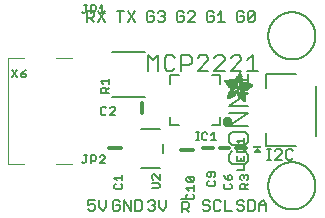
<source format=gbr>
G04 EAGLE Gerber RS-274X export*
G75*
%MOMM*%
%FSLAX34Y34*%
%LPD*%
%INSilkscreen Top*%
%IPPOS*%
%AMOC8*
5,1,8,0,0,1.08239X$1,22.5*%
G01*
%ADD10C,0.127000*%
%ADD11C,0.203200*%
%ADD12C,0.304800*%
%ADD13C,0.152400*%
%ADD14R,0.762000X0.127000*%
%ADD15C,0.101600*%
%ADD16C,0.406400*%
%ADD17R,0.034300X0.003800*%
%ADD18R,0.057200X0.003800*%
%ADD19R,0.076200X0.003800*%
%ADD20R,0.091400X0.003800*%
%ADD21R,0.102900X0.003800*%
%ADD22R,0.114300X0.003900*%
%ADD23R,0.129500X0.003800*%
%ADD24R,0.137200X0.003800*%
%ADD25R,0.144800X0.003800*%
%ADD26R,0.152400X0.003800*%
%ADD27R,0.160000X0.003800*%
%ADD28R,0.171500X0.003800*%
%ADD29R,0.175300X0.003800*%
%ADD30R,0.182900X0.003800*%
%ADD31R,0.190500X0.003800*%
%ADD32R,0.194300X0.003900*%
%ADD33R,0.201900X0.003800*%
%ADD34R,0.209500X0.003800*%
%ADD35R,0.213400X0.003800*%
%ADD36R,0.221000X0.003800*%
%ADD37R,0.224800X0.003800*%
%ADD38R,0.232400X0.003800*%
%ADD39R,0.240000X0.003800*%
%ADD40R,0.243800X0.003800*%
%ADD41R,0.247600X0.003800*%
%ADD42R,0.255300X0.003900*%
%ADD43R,0.259100X0.003800*%
%ADD44R,0.262900X0.003800*%
%ADD45R,0.270500X0.003800*%
%ADD46R,0.274300X0.003800*%
%ADD47R,0.281900X0.003800*%
%ADD48R,0.285700X0.003800*%
%ADD49R,0.289500X0.003800*%
%ADD50R,0.297200X0.003800*%
%ADD51R,0.301000X0.003800*%
%ADD52R,0.304800X0.003900*%
%ADD53R,0.312400X0.003800*%
%ADD54R,0.316200X0.003800*%
%ADD55R,0.320000X0.003800*%
%ADD56R,0.327600X0.003800*%
%ADD57R,0.331500X0.003800*%
%ADD58R,0.339100X0.003800*%
%ADD59R,0.342900X0.003800*%
%ADD60R,0.346700X0.003800*%
%ADD61R,0.354300X0.003800*%
%ADD62R,0.358100X0.003900*%
%ADD63R,0.361900X0.003800*%
%ADD64R,0.369600X0.003800*%
%ADD65R,0.373400X0.003800*%
%ADD66R,0.377200X0.003800*%
%ADD67R,0.384800X0.003800*%
%ADD68R,0.388600X0.003800*%
%ADD69R,0.396200X0.003800*%
%ADD70R,0.400000X0.003800*%
%ADD71R,0.403800X0.003800*%
%ADD72R,0.411500X0.003900*%
%ADD73R,0.415300X0.003800*%
%ADD74R,0.419100X0.003800*%
%ADD75R,0.045700X0.003800*%
%ADD76R,0.426700X0.003800*%
%ADD77R,0.072400X0.003800*%
%ADD78R,0.430500X0.003800*%
%ADD79R,0.095300X0.003800*%
%ADD80R,0.438100X0.003800*%
%ADD81R,0.110500X0.003800*%
%ADD82R,0.441900X0.003800*%
%ADD83R,0.445800X0.003800*%
%ADD84R,0.144700X0.003800*%
%ADD85R,0.453400X0.003800*%
%ADD86R,0.457200X0.003800*%
%ADD87R,0.175300X0.003900*%
%ADD88R,0.461000X0.003900*%
%ADD89R,0.468600X0.003800*%
%ADD90R,0.205800X0.003800*%
%ADD91R,0.472400X0.003800*%
%ADD92R,0.217200X0.003800*%
%ADD93R,0.476200X0.003800*%
%ADD94R,0.483900X0.003800*%
%ADD95R,0.247700X0.003800*%
%ADD96R,0.487700X0.003800*%
%ADD97R,0.495300X0.003800*%
%ADD98R,0.499100X0.003800*%
%ADD99R,0.502900X0.003800*%
%ADD100R,0.510500X0.003800*%
%ADD101R,0.308600X0.003900*%
%ADD102R,0.514300X0.003900*%
%ADD103R,0.323800X0.003800*%
%ADD104R,0.518100X0.003800*%
%ADD105R,0.335300X0.003800*%
%ADD106R,0.525800X0.003800*%
%ADD107R,0.529600X0.003800*%
%ADD108R,0.358100X0.003800*%
%ADD109R,0.533400X0.003800*%
%ADD110R,0.537200X0.003800*%
%ADD111R,0.381000X0.003800*%
%ADD112R,0.544800X0.003800*%
%ADD113R,0.392400X0.003800*%
%ADD114R,0.548600X0.003800*%
%ADD115R,0.552400X0.003800*%
%ADD116R,0.556200X0.003800*%
%ADD117R,0.422900X0.003900*%
%ADD118R,0.560100X0.003900*%
%ADD119R,0.434300X0.003800*%
%ADD120R,0.563900X0.003800*%
%ADD121R,0.567700X0.003800*%
%ADD122R,0.461000X0.003800*%
%ADD123R,0.571500X0.003800*%
%ADD124R,0.575300X0.003800*%
%ADD125R,0.480100X0.003800*%
%ADD126R,0.579100X0.003800*%
%ADD127R,0.491500X0.003800*%
%ADD128R,0.582900X0.003800*%
%ADD129R,0.586700X0.003800*%
%ADD130R,0.510600X0.003800*%
%ADD131R,0.590500X0.003800*%
%ADD132R,0.522000X0.003800*%
%ADD133R,0.594300X0.003800*%
%ADD134R,0.533400X0.003900*%
%ADD135R,0.598200X0.003900*%
%ADD136R,0.541000X0.003800*%
%ADD137R,0.602000X0.003800*%
%ADD138R,0.552500X0.003800*%
%ADD139R,0.605800X0.003800*%
%ADD140R,0.560100X0.003800*%
%ADD141R,0.609600X0.003800*%
%ADD142R,0.613400X0.003800*%
%ADD143R,0.583000X0.003800*%
%ADD144R,0.617200X0.003800*%
%ADD145R,0.594400X0.003800*%
%ADD146R,0.621000X0.003800*%
%ADD147R,0.598200X0.003800*%
%ADD148R,0.624800X0.003800*%
%ADD149R,0.613500X0.003900*%
%ADD150R,0.628600X0.003900*%
%ADD151R,0.632400X0.003800*%
%ADD152R,0.628600X0.003800*%
%ADD153R,0.636300X0.003800*%
%ADD154R,0.640100X0.003800*%
%ADD155R,0.636200X0.003800*%
%ADD156R,0.643900X0.003800*%
%ADD157R,0.647700X0.003800*%
%ADD158R,0.651500X0.003800*%
%ADD159R,0.659100X0.003800*%
%ADD160R,0.659100X0.003900*%
%ADD161R,0.655300X0.003900*%
%ADD162R,0.662900X0.003800*%
%ADD163R,0.655300X0.003800*%
%ADD164R,0.670500X0.003800*%
%ADD165R,0.670600X0.003800*%
%ADD166R,0.674400X0.003800*%
%ADD167R,0.682000X0.003800*%
%ADD168R,0.666700X0.003800*%
%ADD169R,0.685800X0.003800*%
%ADD170R,0.689600X0.003800*%
%ADD171R,0.693400X0.003900*%
%ADD172R,0.674400X0.003900*%
%ADD173R,0.697200X0.003800*%
%ADD174R,0.678200X0.003800*%
%ADD175R,0.697300X0.003800*%
%ADD176R,0.701100X0.003800*%
%ADD177R,0.704900X0.003800*%
%ADD178R,0.708700X0.003800*%
%ADD179R,0.712500X0.003800*%
%ADD180R,0.716300X0.003800*%
%ADD181R,0.720100X0.003900*%
%ADD182R,0.689600X0.003900*%
%ADD183R,0.720000X0.003800*%
%ADD184R,0.693400X0.003800*%
%ADD185R,0.723900X0.003800*%
%ADD186R,0.727700X0.003800*%
%ADD187R,0.731500X0.003800*%
%ADD188R,0.701000X0.003800*%
%ADD189R,0.735300X0.003800*%
%ADD190R,0.731500X0.003900*%
%ADD191R,0.701000X0.003900*%
%ADD192R,0.704800X0.003800*%
%ADD193R,0.739100X0.003800*%
%ADD194R,0.743000X0.003800*%
%ADD195R,0.739200X0.003800*%
%ADD196R,0.743000X0.003900*%
%ADD197R,0.704800X0.003900*%
%ADD198R,0.746800X0.003800*%
%ADD199R,0.746800X0.003900*%
%ADD200R,0.742900X0.003800*%
%ADD201R,0.746700X0.003800*%
%ADD202R,0.746700X0.003900*%
%ADD203R,1.428800X0.003800*%
%ADD204R,1.424900X0.003800*%
%ADD205R,1.421100X0.003900*%
%ADD206R,1.421100X0.003800*%
%ADD207R,1.417300X0.003800*%
%ADD208R,1.413500X0.003800*%
%ADD209R,1.409700X0.003800*%
%ADD210R,1.405900X0.003800*%
%ADD211R,1.402100X0.003800*%
%ADD212R,1.398300X0.003800*%
%ADD213R,0.983000X0.003900*%
%ADD214R,0.384800X0.003900*%
%ADD215R,0.971600X0.003800*%
%ADD216R,0.963900X0.003800*%
%ADD217R,0.956300X0.003800*%
%ADD218R,0.365800X0.003800*%
%ADD219R,0.952500X0.003800*%
%ADD220R,0.941000X0.003800*%
%ADD221R,0.358200X0.003800*%
%ADD222R,0.937200X0.003800*%
%ADD223R,0.933400X0.003800*%
%ADD224R,0.354400X0.003800*%
%ADD225R,0.925800X0.003800*%
%ADD226R,0.350500X0.003800*%
%ADD227R,0.922000X0.003800*%
%ADD228R,0.918200X0.003900*%
%ADD229R,0.346700X0.003900*%
%ADD230R,0.910600X0.003800*%
%ADD231R,0.906800X0.003800*%
%ADD232R,0.903000X0.003800*%
%ADD233R,0.339000X0.003800*%
%ADD234R,0.895300X0.003800*%
%ADD235R,0.335200X0.003800*%
%ADD236R,0.887700X0.003800*%
%ADD237R,0.883900X0.003800*%
%ADD238R,0.331400X0.003800*%
%ADD239R,0.880100X0.003800*%
%ADD240R,0.876300X0.003800*%
%ADD241R,0.468600X0.003900*%
%ADD242R,0.396200X0.003900*%
%ADD243R,0.323800X0.003900*%
%ADD244R,0.449600X0.003800*%
%ADD245R,0.323900X0.003800*%
%ADD246R,0.442000X0.003800*%
%ADD247R,0.434400X0.003800*%
%ADD248R,0.320100X0.003800*%
%ADD249R,0.316300X0.003800*%
%ADD250R,0.426800X0.003800*%
%ADD251R,0.327700X0.003800*%
%ADD252R,0.312500X0.003800*%
%ADD253R,0.422900X0.003800*%
%ADD254R,0.308600X0.003800*%
%ADD255R,0.293400X0.003800*%
%ADD256R,0.304800X0.003800*%
%ADD257R,0.419100X0.003900*%
%ADD258R,0.285700X0.003900*%
%ADD259R,0.301000X0.003900*%
%ADD260R,0.411500X0.003800*%
%ADD261R,0.407700X0.003800*%
%ADD262R,0.289600X0.003800*%
%ADD263R,0.285800X0.003800*%
%ADD264R,0.403900X0.003800*%
%ADD265R,0.228600X0.003800*%
%ADD266R,0.403900X0.003900*%
%ADD267R,0.221000X0.003900*%
%ADD268R,0.278100X0.003900*%
%ADD269R,0.400100X0.003800*%
%ADD270R,0.209600X0.003800*%
%ADD271R,0.266700X0.003800*%
%ADD272R,0.038100X0.003800*%
%ADD273R,0.194300X0.003800*%
%ADD274R,0.148600X0.003800*%
%ADD275R,0.259000X0.003800*%
%ADD276R,0.182800X0.003800*%
%ADD277R,0.186700X0.003800*%
%ADD278R,0.251400X0.003800*%
%ADD279R,0.179100X0.003800*%
%ADD280R,0.236200X0.003800*%
%ADD281R,0.243900X0.003900*%
%ADD282R,0.282000X0.003900*%
%ADD283R,0.167700X0.003800*%
%ADD284R,0.236300X0.003800*%
%ADD285R,0.396300X0.003800*%
%ADD286R,0.163900X0.003800*%
%ADD287R,0.392500X0.003800*%
%ADD288R,0.160100X0.003800*%
%ADD289R,0.586800X0.003800*%
%ADD290R,0.148500X0.003800*%
%ADD291R,0.140900X0.003800*%
%ADD292R,0.392400X0.003900*%
%ADD293R,0.140900X0.003900*%
%ADD294R,0.647700X0.003900*%
%ADD295R,0.133300X0.003800*%
%ADD296R,0.674300X0.003800*%
%ADD297R,0.388700X0.003800*%
%ADD298R,0.125700X0.003800*%
%ADD299R,0.121900X0.003800*%
%ADD300R,0.720100X0.003800*%
%ADD301R,0.118100X0.003800*%
%ADD302R,0.118100X0.003900*%
%ADD303R,0.739100X0.003900*%
%ADD304R,0.114300X0.003800*%
%ADD305R,0.754400X0.003800*%
%ADD306R,0.765800X0.003800*%
%ADD307R,0.773400X0.003800*%
%ADD308R,0.784800X0.003800*%
%ADD309R,0.118200X0.003800*%
%ADD310R,0.792500X0.003800*%
%ADD311R,0.803900X0.003800*%
%ADD312R,0.122000X0.003800*%
%ADD313R,0.815400X0.003800*%
%ADD314R,0.125800X0.003800*%
%ADD315R,0.826800X0.003800*%
%ADD316R,0.369500X0.003900*%
%ADD317R,0.133400X0.003900*%
%ADD318R,0.842000X0.003900*%
%ADD319R,0.365700X0.003800*%
%ADD320R,1.009700X0.003800*%
%ADD321R,1.013500X0.003800*%
%ADD322R,0.362000X0.003800*%
%ADD323R,1.024900X0.003800*%
%ADD324R,1.028700X0.003800*%
%ADD325R,1.036300X0.003800*%
%ADD326R,1.047800X0.003800*%
%ADD327R,1.055400X0.003800*%
%ADD328R,1.070600X0.003800*%
%ADD329R,0.030500X0.003800*%
%ADD330R,1.436400X0.003800*%
%ADD331R,1.562100X0.003900*%
%ADD332R,1.588700X0.003800*%
%ADD333R,1.607800X0.003800*%
%ADD334R,1.626900X0.003800*%
%ADD335R,1.642100X0.003800*%
%ADD336R,1.657400X0.003800*%
%ADD337R,1.676400X0.003800*%
%ADD338R,1.687800X0.003800*%
%ADD339R,1.703000X0.003800*%
%ADD340R,1.714500X0.003800*%
%ADD341R,1.726000X0.003900*%
%ADD342R,1.741200X0.003800*%
%ADD343R,0.914400X0.003800*%
%ADD344R,0.769600X0.003800*%
%ADD345R,0.884000X0.003800*%
%ADD346R,0.712400X0.003800*%
%ADD347R,0.880100X0.003900*%
%ADD348R,0.887800X0.003800*%
%ADD349R,0.891600X0.003800*%
%ADD350R,0.895400X0.003800*%
%ADD351R,0.251500X0.003800*%
%ADD352R,0.579200X0.003900*%
%ADD353R,0.243900X0.003800*%
%ADD354R,0.556300X0.003800*%
%ADD355R,0.255200X0.003800*%
%ADD356R,0.529500X0.003800*%
%ADD357R,0.731600X0.003800*%
%ADD358R,0.525800X0.003900*%
%ADD359R,0.281900X0.003900*%
%ADD360R,0.735400X0.003900*%
%ADD361R,0.300900X0.003800*%
%ADD362R,0.762000X0.003800*%
%ADD363R,0.518200X0.003800*%
%ADD364R,0.350600X0.003800*%
%ADD365R,0.796300X0.003800*%
%ADD366R,0.807800X0.003800*%
%ADD367R,0.506700X0.003800*%
%ADD368R,0.849600X0.003800*%
%ADD369R,0.506700X0.003900*%
%ADD370R,1.371600X0.003900*%
%ADD371R,1.207800X0.003800*%
%ADD372R,0.503000X0.003800*%
%ADD373R,0.141000X0.003800*%
%ADD374R,1.203900X0.003800*%
%ADD375R,1.204000X0.003800*%
%ADD376R,1.200200X0.003800*%
%ADD377R,0.499100X0.003900*%
%ADD378R,0.156200X0.003900*%
%ADD379R,1.196400X0.003900*%
%ADD380R,1.196400X0.003800*%
%ADD381R,0.163800X0.003800*%
%ADD382R,0.167600X0.003800*%
%ADD383R,1.192500X0.003800*%
%ADD384R,0.499200X0.003800*%
%ADD385R,1.188700X0.003800*%
%ADD386R,0.506800X0.003800*%
%ADD387R,1.184900X0.003800*%
%ADD388R,0.510600X0.003900*%
%ADD389R,0.209600X0.003900*%
%ADD390R,1.181100X0.003900*%
%ADD391R,0.514400X0.003800*%
%ADD392R,1.181100X0.003800*%
%ADD393R,1.177300X0.003800*%
%ADD394R,0.240100X0.003800*%
%ADD395R,1.173500X0.003800*%
%ADD396R,1.169700X0.003800*%
%ADD397R,1.165900X0.003800*%
%ADD398R,1.162100X0.003800*%
%ADD399R,0.929700X0.003900*%
%ADD400R,1.162100X0.003900*%
%ADD401R,0.929700X0.003800*%
%ADD402R,1.154500X0.003800*%
%ADD403R,0.933500X0.003800*%
%ADD404R,1.150600X0.003800*%
%ADD405R,0.937300X0.003800*%
%ADD406R,1.146800X0.003800*%
%ADD407R,0.941100X0.003800*%
%ADD408R,1.139200X0.003800*%
%ADD409R,0.944900X0.003800*%
%ADD410R,1.135400X0.003800*%
%ADD411R,0.948700X0.003800*%
%ADD412R,1.127800X0.003800*%
%ADD413R,1.124000X0.003800*%
%ADD414R,1.116400X0.003800*%
%ADD415R,0.956300X0.003900*%
%ADD416R,1.104900X0.003900*%
%ADD417R,0.960100X0.003800*%
%ADD418R,1.093500X0.003800*%
%ADD419R,1.085900X0.003800*%
%ADD420R,0.967800X0.003800*%
%ADD421R,1.074500X0.003800*%
%ADD422R,1.063000X0.003800*%
%ADD423R,0.975400X0.003800*%
%ADD424R,1.036400X0.003800*%
%ADD425R,0.979200X0.003800*%
%ADD426R,1.021000X0.003800*%
%ADD427R,0.983000X0.003800*%
%ADD428R,1.009600X0.003800*%
%ADD429R,0.986800X0.003800*%
%ADD430R,0.998200X0.003800*%
%ADD431R,0.990600X0.003900*%
%ADD432R,0.986700X0.003900*%
%ADD433R,0.994400X0.003800*%
%ADD434R,0.975300X0.003800*%
%ADD435R,0.948600X0.003800*%
%ADD436R,1.002000X0.003800*%
%ADD437R,0.213300X0.003800*%
%ADD438R,0.217100X0.003800*%
%ADD439R,1.017300X0.003800*%
%ADD440R,0.666800X0.003800*%
%ADD441R,0.220900X0.003800*%
%ADD442R,1.028700X0.003900*%
%ADD443R,0.224700X0.003900*%
%ADD444R,1.032500X0.003800*%
%ADD445R,1.040100X0.003800*%
%ADD446R,1.043900X0.003800*%
%ADD447R,0.548700X0.003800*%
%ADD448R,1.051500X0.003800*%
%ADD449R,1.055300X0.003800*%
%ADD450R,1.059100X0.003800*%
%ADD451R,1.062900X0.003800*%
%ADD452R,0.255300X0.003800*%
%ADD453R,1.066800X0.003900*%
%ADD454R,0.259100X0.003900*%
%ADD455R,0.457200X0.003900*%
%ADD456R,0.423000X0.003800*%
%ADD457R,1.082100X0.003800*%
%ADD458R,0.274400X0.003800*%
%ADD459R,0.278200X0.003800*%
%ADD460R,1.101100X0.003800*%
%ADD461R,0.278100X0.003800*%
%ADD462R,0.876300X0.003900*%
%ADD463R,0.236200X0.003900*%
%ADD464R,0.289600X0.003900*%
%ADD465R,0.247700X0.003900*%
%ADD466R,0.049500X0.003800*%
%ADD467R,0.640100X0.003900*%
%ADD468R,0.659200X0.003800*%
%ADD469R,0.663000X0.003800*%
%ADD470R,0.872500X0.003900*%
%ADD471R,0.666800X0.003900*%
%ADD472R,0.872500X0.003800*%
%ADD473R,0.868700X0.003800*%
%ADD474R,0.864900X0.003800*%
%ADD475R,0.861100X0.003800*%
%ADD476R,0.857300X0.003800*%
%ADD477R,0.853400X0.003800*%
%ADD478R,0.845800X0.003800*%
%ADD479R,0.682000X0.003900*%
%ADD480R,0.842000X0.003800*%
%ADD481R,0.834400X0.003800*%
%ADD482R,0.823000X0.003800*%
%ADD483R,0.815300X0.003800*%
%ADD484R,0.811500X0.003800*%
%ADD485R,0.788700X0.003800*%
%ADD486R,0.777300X0.003900*%
%ADD487R,0.750600X0.003800*%
%ADD488R,0.735400X0.003800*%
%ADD489R,0.727800X0.003800*%
%ADD490R,0.628700X0.003800*%
%ADD491R,0.575400X0.003800*%
%ADD492R,0.670600X0.003900*%
%ADD493R,0.655400X0.003800*%
%ADD494R,0.651500X0.003900*%
%ADD495R,0.624800X0.003900*%
%ADD496R,0.594400X0.003900*%
%ADD497R,0.563900X0.003900*%
%ADD498R,0.541100X0.003800*%
%ADD499R,0.537300X0.003800*%
%ADD500R,0.525700X0.003800*%
%ADD501R,0.525700X0.003900*%
%ADD502R,0.514300X0.003800*%
%ADD503R,0.480100X0.003900*%
%ADD504R,0.464800X0.003800*%
%ADD505R,0.442000X0.003900*%
%ADD506R,0.438200X0.003800*%
%ADD507R,0.430600X0.003800*%
%ADD508R,0.407600X0.003800*%
%ADD509R,0.403800X0.003900*%
%ADD510R,0.365700X0.003900*%
%ADD511R,0.327700X0.003900*%
%ADD512R,0.243800X0.003900*%
%ADD513R,0.205800X0.003900*%
%ADD514R,0.198100X0.003800*%
%ADD515R,0.163800X0.003900*%
%ADD516R,0.137100X0.003800*%
%ADD517R,0.091500X0.003900*%
%ADD518R,0.060900X0.003800*%

G36*
X201959Y53346D02*
X201959Y53346D01*
X201989Y53343D01*
X202080Y53365D01*
X202173Y53381D01*
X202199Y53394D01*
X202228Y53401D01*
X202307Y53452D01*
X202390Y53496D01*
X202411Y53517D01*
X202436Y53533D01*
X202495Y53606D01*
X202560Y53674D01*
X202572Y53701D01*
X202591Y53724D01*
X202624Y53812D01*
X202663Y53897D01*
X202666Y53927D01*
X202677Y53954D01*
X202680Y54048D01*
X202690Y54141D01*
X202684Y54171D01*
X202685Y54200D01*
X202658Y54290D01*
X202638Y54382D01*
X202623Y54407D01*
X202614Y54436D01*
X202524Y54578D01*
X199984Y57753D01*
X199907Y57822D01*
X199834Y57895D01*
X199817Y57904D01*
X199802Y57917D01*
X199706Y57959D01*
X199614Y58005D01*
X199594Y58007D01*
X199576Y58015D01*
X199473Y58024D01*
X199370Y58038D01*
X199351Y58034D01*
X199331Y58036D01*
X199230Y58011D01*
X199128Y57992D01*
X199111Y57982D01*
X199092Y57978D01*
X199005Y57922D01*
X198914Y57871D01*
X198897Y57854D01*
X198884Y57846D01*
X198864Y57821D01*
X198796Y57753D01*
X196256Y54578D01*
X196241Y54552D01*
X196221Y54530D01*
X196181Y54445D01*
X196135Y54363D01*
X196129Y54334D01*
X196117Y54307D01*
X196107Y54214D01*
X196089Y54122D01*
X196093Y54092D01*
X196090Y54063D01*
X196110Y53971D01*
X196123Y53878D01*
X196136Y53851D01*
X196142Y53822D01*
X196190Y53742D01*
X196232Y53658D01*
X196253Y53637D01*
X196268Y53611D01*
X196340Y53550D01*
X196406Y53484D01*
X196432Y53471D01*
X196455Y53451D01*
X196542Y53416D01*
X196626Y53374D01*
X196656Y53370D01*
X196683Y53359D01*
X196850Y53341D01*
X201930Y53341D01*
X201959Y53346D01*
G37*
D10*
X61982Y13343D02*
X56050Y13343D01*
X56050Y8894D01*
X59016Y10377D01*
X60499Y10377D01*
X61982Y8894D01*
X61982Y5928D01*
X60499Y4445D01*
X57533Y4445D01*
X56050Y5928D01*
X65405Y7411D02*
X65405Y13343D01*
X65405Y7411D02*
X68371Y4445D01*
X71337Y7411D01*
X71337Y13343D01*
X81221Y13343D02*
X82704Y11860D01*
X81221Y13343D02*
X78255Y13343D01*
X76772Y11860D01*
X76772Y5928D01*
X78255Y4445D01*
X81221Y4445D01*
X82704Y5928D01*
X82704Y8894D01*
X79738Y8894D01*
X86127Y4445D02*
X86127Y13343D01*
X92059Y4445D01*
X92059Y13343D01*
X95483Y13343D02*
X95483Y4445D01*
X99931Y4445D01*
X101414Y5928D01*
X101414Y11860D01*
X99931Y13343D01*
X95483Y13343D01*
X106850Y11860D02*
X108333Y13343D01*
X111299Y13343D01*
X112782Y11860D01*
X112782Y10377D01*
X111299Y8894D01*
X109816Y8894D01*
X111299Y8894D02*
X112782Y7411D01*
X112782Y5928D01*
X111299Y4445D01*
X108333Y4445D01*
X106850Y5928D01*
X116205Y7411D02*
X116205Y13343D01*
X116205Y7411D02*
X119171Y4445D01*
X122137Y7411D01*
X122137Y13343D01*
X135022Y14605D02*
X144378Y14605D01*
X135657Y12073D02*
X135657Y3175D01*
X135657Y12073D02*
X140106Y12073D01*
X141589Y10590D01*
X141589Y7624D01*
X140106Y6141D01*
X135657Y6141D01*
X138623Y6141D02*
X141589Y3175D01*
X157421Y13343D02*
X158904Y11860D01*
X157421Y13343D02*
X154455Y13343D01*
X152972Y11860D01*
X152972Y10377D01*
X154455Y8894D01*
X157421Y8894D01*
X158904Y7411D01*
X158904Y5928D01*
X157421Y4445D01*
X154455Y4445D01*
X152972Y5928D01*
X166776Y13343D02*
X168259Y11860D01*
X166776Y13343D02*
X163810Y13343D01*
X162327Y11860D01*
X162327Y5928D01*
X163810Y4445D01*
X166776Y4445D01*
X168259Y5928D01*
X171683Y4445D02*
X171683Y13343D01*
X171683Y4445D02*
X177614Y4445D01*
X186631Y13343D02*
X188114Y11860D01*
X186631Y13343D02*
X183665Y13343D01*
X182182Y11860D01*
X182182Y10377D01*
X183665Y8894D01*
X186631Y8894D01*
X188114Y7411D01*
X188114Y5928D01*
X186631Y4445D01*
X183665Y4445D01*
X182182Y5928D01*
X191537Y4445D02*
X191537Y13343D01*
X191537Y4445D02*
X195986Y4445D01*
X197469Y5928D01*
X197469Y11860D01*
X195986Y13343D01*
X191537Y13343D01*
X200893Y10377D02*
X200893Y4445D01*
X200893Y10377D02*
X203858Y13343D01*
X206824Y10377D01*
X206824Y4445D01*
X206824Y8894D02*
X200893Y8894D01*
X54780Y164465D02*
X54780Y173363D01*
X59229Y173363D01*
X60712Y171880D01*
X60712Y168914D01*
X59229Y167431D01*
X54780Y167431D01*
X57746Y167431D02*
X60712Y164465D01*
X70067Y164465D02*
X64135Y173363D01*
X70067Y173363D02*
X64135Y164465D01*
X83146Y164465D02*
X83146Y173363D01*
X80180Y173363D02*
X86112Y173363D01*
X89535Y173363D02*
X95467Y164465D01*
X89535Y164465D02*
X95467Y173363D01*
X110029Y173363D02*
X111512Y171880D01*
X110029Y173363D02*
X107063Y173363D01*
X105580Y171880D01*
X105580Y165948D01*
X107063Y164465D01*
X110029Y164465D01*
X111512Y165948D01*
X111512Y168914D01*
X108546Y168914D01*
X114935Y171880D02*
X116418Y173363D01*
X119384Y173363D01*
X120867Y171880D01*
X120867Y170397D01*
X119384Y168914D01*
X117901Y168914D01*
X119384Y168914D02*
X120867Y167431D01*
X120867Y165948D01*
X119384Y164465D01*
X116418Y164465D01*
X114935Y165948D01*
X135429Y173363D02*
X136912Y171880D01*
X135429Y173363D02*
X132463Y173363D01*
X130980Y171880D01*
X130980Y165948D01*
X132463Y164465D01*
X135429Y164465D01*
X136912Y165948D01*
X136912Y168914D01*
X133946Y168914D01*
X140335Y164465D02*
X146267Y164465D01*
X140335Y164465D02*
X146267Y170397D01*
X146267Y171880D01*
X144784Y173363D01*
X141818Y173363D01*
X140335Y171880D01*
X160829Y173363D02*
X162312Y171880D01*
X160829Y173363D02*
X157863Y173363D01*
X156380Y171880D01*
X156380Y165948D01*
X157863Y164465D01*
X160829Y164465D01*
X162312Y165948D01*
X162312Y168914D01*
X159346Y168914D01*
X165735Y170397D02*
X168701Y173363D01*
X168701Y164465D01*
X165735Y164465D02*
X171667Y164465D01*
X186229Y173363D02*
X187712Y171880D01*
X186229Y173363D02*
X183263Y173363D01*
X181780Y171880D01*
X181780Y165948D01*
X183263Y164465D01*
X186229Y164465D01*
X187712Y165948D01*
X187712Y168914D01*
X184746Y168914D01*
X191135Y165948D02*
X191135Y171880D01*
X192618Y173363D01*
X195584Y173363D01*
X197067Y171880D01*
X197067Y165948D01*
X195584Y164465D01*
X192618Y164465D01*
X191135Y165948D01*
X197067Y171880D01*
D11*
X106841Y136155D02*
X106841Y122936D01*
X111248Y131749D02*
X106841Y136155D01*
X111248Y131749D02*
X115654Y136155D01*
X115654Y122936D01*
X127484Y136155D02*
X129687Y133952D01*
X127484Y136155D02*
X123077Y136155D01*
X120874Y133952D01*
X120874Y125139D01*
X123077Y122936D01*
X127484Y122936D01*
X129687Y125139D01*
X134907Y122936D02*
X134907Y136155D01*
X141516Y136155D01*
X143720Y133952D01*
X143720Y129546D01*
X141516Y127342D01*
X134907Y127342D01*
X148940Y122936D02*
X157752Y122936D01*
X148940Y122936D02*
X157752Y131749D01*
X157752Y133952D01*
X155549Y136155D01*
X151143Y136155D01*
X148940Y133952D01*
X162972Y122936D02*
X171785Y122936D01*
X162972Y122936D02*
X171785Y131749D01*
X171785Y133952D01*
X169582Y136155D01*
X165176Y136155D01*
X162972Y133952D01*
X177005Y122936D02*
X185818Y122936D01*
X177005Y122936D02*
X185818Y131749D01*
X185818Y133952D01*
X183615Y136155D01*
X179208Y136155D01*
X177005Y133952D01*
X191038Y131749D02*
X195444Y136155D01*
X195444Y122936D01*
X191038Y122936D02*
X199851Y122936D01*
D10*
X207871Y47625D02*
X210837Y47625D01*
X209354Y47625D02*
X209354Y56523D01*
X207871Y56523D02*
X210837Y56523D01*
X214108Y47625D02*
X220040Y47625D01*
X214108Y47625D02*
X220040Y53557D01*
X220040Y55040D01*
X218557Y56523D01*
X215591Y56523D01*
X214108Y55040D01*
X227912Y56523D02*
X229395Y55040D01*
X227912Y56523D02*
X224946Y56523D01*
X223463Y55040D01*
X223463Y49108D01*
X224946Y47625D01*
X227912Y47625D01*
X229395Y49108D01*
D12*
X83820Y57150D02*
X73660Y57150D01*
D13*
X79328Y27030D02*
X78226Y25929D01*
X78226Y23725D01*
X79328Y22624D01*
X83734Y22624D01*
X84836Y23725D01*
X84836Y25929D01*
X83734Y27030D01*
X80430Y30108D02*
X78226Y32311D01*
X84836Y32311D01*
X84836Y30108D02*
X84836Y34514D01*
D12*
X167450Y57150D02*
X175450Y57150D01*
D13*
X172038Y27030D02*
X170936Y25929D01*
X170936Y23725D01*
X172038Y22624D01*
X176444Y22624D01*
X177546Y23725D01*
X177546Y25929D01*
X176444Y27030D01*
X172038Y32311D02*
X170936Y34514D01*
X172038Y32311D02*
X174241Y30108D01*
X176444Y30108D01*
X177546Y31209D01*
X177546Y33413D01*
X176444Y34514D01*
X175343Y34514D01*
X174241Y33413D01*
X174241Y30108D01*
D14*
X199390Y57912D03*
D13*
X188468Y38862D02*
X181858Y38862D01*
X188468Y38862D02*
X188468Y43268D01*
X181858Y46346D02*
X181858Y50753D01*
X181858Y46346D02*
X188468Y46346D01*
X188468Y50753D01*
X185163Y48549D02*
X185163Y46346D01*
X181858Y53830D02*
X188468Y53830D01*
X188468Y57135D01*
X187366Y58237D01*
X182960Y58237D01*
X181858Y57135D01*
X181858Y53830D01*
X184062Y61314D02*
X181858Y63518D01*
X188468Y63518D01*
X188468Y65721D02*
X188468Y61314D01*
D12*
X189420Y57150D02*
X181420Y57150D01*
D13*
X184906Y22624D02*
X191516Y22624D01*
X184906Y22624D02*
X184906Y25929D01*
X186008Y27030D01*
X188211Y27030D01*
X189313Y25929D01*
X189313Y22624D01*
X189313Y24827D02*
X191516Y27030D01*
X186008Y30108D02*
X184906Y31209D01*
X184906Y33413D01*
X186008Y34514D01*
X187110Y34514D01*
X188211Y33413D01*
X188211Y32311D01*
X188211Y33413D02*
X189313Y34514D01*
X190414Y34514D01*
X191516Y33413D01*
X191516Y31209D01*
X190414Y30108D01*
D11*
X208600Y25400D02*
X208606Y25891D01*
X208624Y26381D01*
X208654Y26871D01*
X208696Y27360D01*
X208750Y27848D01*
X208816Y28335D01*
X208894Y28819D01*
X208984Y29302D01*
X209086Y29782D01*
X209199Y30260D01*
X209324Y30734D01*
X209461Y31206D01*
X209609Y31674D01*
X209769Y32138D01*
X209940Y32598D01*
X210122Y33054D01*
X210316Y33505D01*
X210520Y33951D01*
X210736Y34392D01*
X210962Y34828D01*
X211198Y35258D01*
X211445Y35682D01*
X211703Y36100D01*
X211971Y36511D01*
X212248Y36916D01*
X212536Y37314D01*
X212833Y37705D01*
X213140Y38088D01*
X213456Y38463D01*
X213781Y38831D01*
X214115Y39191D01*
X214458Y39542D01*
X214809Y39885D01*
X215169Y40219D01*
X215537Y40544D01*
X215912Y40860D01*
X216295Y41167D01*
X216686Y41464D01*
X217084Y41752D01*
X217489Y42029D01*
X217900Y42297D01*
X218318Y42555D01*
X218742Y42802D01*
X219172Y43038D01*
X219608Y43264D01*
X220049Y43480D01*
X220495Y43684D01*
X220946Y43878D01*
X221402Y44060D01*
X221862Y44231D01*
X222326Y44391D01*
X222794Y44539D01*
X223266Y44676D01*
X223740Y44801D01*
X224218Y44914D01*
X224698Y45016D01*
X225181Y45106D01*
X225665Y45184D01*
X226152Y45250D01*
X226640Y45304D01*
X227129Y45346D01*
X227619Y45376D01*
X228109Y45394D01*
X228600Y45400D01*
X229091Y45394D01*
X229581Y45376D01*
X230071Y45346D01*
X230560Y45304D01*
X231048Y45250D01*
X231535Y45184D01*
X232019Y45106D01*
X232502Y45016D01*
X232982Y44914D01*
X233460Y44801D01*
X233934Y44676D01*
X234406Y44539D01*
X234874Y44391D01*
X235338Y44231D01*
X235798Y44060D01*
X236254Y43878D01*
X236705Y43684D01*
X237151Y43480D01*
X237592Y43264D01*
X238028Y43038D01*
X238458Y42802D01*
X238882Y42555D01*
X239300Y42297D01*
X239711Y42029D01*
X240116Y41752D01*
X240514Y41464D01*
X240905Y41167D01*
X241288Y40860D01*
X241663Y40544D01*
X242031Y40219D01*
X242391Y39885D01*
X242742Y39542D01*
X243085Y39191D01*
X243419Y38831D01*
X243744Y38463D01*
X244060Y38088D01*
X244367Y37705D01*
X244664Y37314D01*
X244952Y36916D01*
X245229Y36511D01*
X245497Y36100D01*
X245755Y35682D01*
X246002Y35258D01*
X246238Y34828D01*
X246464Y34392D01*
X246680Y33951D01*
X246884Y33505D01*
X247078Y33054D01*
X247260Y32598D01*
X247431Y32138D01*
X247591Y31674D01*
X247739Y31206D01*
X247876Y30734D01*
X248001Y30260D01*
X248114Y29782D01*
X248216Y29302D01*
X248306Y28819D01*
X248384Y28335D01*
X248450Y27848D01*
X248504Y27360D01*
X248546Y26871D01*
X248576Y26381D01*
X248594Y25891D01*
X248600Y25400D01*
X248594Y24909D01*
X248576Y24419D01*
X248546Y23929D01*
X248504Y23440D01*
X248450Y22952D01*
X248384Y22465D01*
X248306Y21981D01*
X248216Y21498D01*
X248114Y21018D01*
X248001Y20540D01*
X247876Y20066D01*
X247739Y19594D01*
X247591Y19126D01*
X247431Y18662D01*
X247260Y18202D01*
X247078Y17746D01*
X246884Y17295D01*
X246680Y16849D01*
X246464Y16408D01*
X246238Y15972D01*
X246002Y15542D01*
X245755Y15118D01*
X245497Y14700D01*
X245229Y14289D01*
X244952Y13884D01*
X244664Y13486D01*
X244367Y13095D01*
X244060Y12712D01*
X243744Y12337D01*
X243419Y11969D01*
X243085Y11609D01*
X242742Y11258D01*
X242391Y10915D01*
X242031Y10581D01*
X241663Y10256D01*
X241288Y9940D01*
X240905Y9633D01*
X240514Y9336D01*
X240116Y9048D01*
X239711Y8771D01*
X239300Y8503D01*
X238882Y8245D01*
X238458Y7998D01*
X238028Y7762D01*
X237592Y7536D01*
X237151Y7320D01*
X236705Y7116D01*
X236254Y6922D01*
X235798Y6740D01*
X235338Y6569D01*
X234874Y6409D01*
X234406Y6261D01*
X233934Y6124D01*
X233460Y5999D01*
X232982Y5886D01*
X232502Y5784D01*
X232019Y5694D01*
X231535Y5616D01*
X231048Y5550D01*
X230560Y5496D01*
X230071Y5454D01*
X229581Y5424D01*
X229091Y5406D01*
X228600Y5400D01*
X228109Y5406D01*
X227619Y5424D01*
X227129Y5454D01*
X226640Y5496D01*
X226152Y5550D01*
X225665Y5616D01*
X225181Y5694D01*
X224698Y5784D01*
X224218Y5886D01*
X223740Y5999D01*
X223266Y6124D01*
X222794Y6261D01*
X222326Y6409D01*
X221862Y6569D01*
X221402Y6740D01*
X220946Y6922D01*
X220495Y7116D01*
X220049Y7320D01*
X219608Y7536D01*
X219172Y7762D01*
X218742Y7998D01*
X218318Y8245D01*
X217900Y8503D01*
X217489Y8771D01*
X217084Y9048D01*
X216686Y9336D01*
X216295Y9633D01*
X215912Y9940D01*
X215537Y10256D01*
X215169Y10581D01*
X214809Y10915D01*
X214458Y11258D01*
X214115Y11609D01*
X213781Y11969D01*
X213456Y12337D01*
X213140Y12712D01*
X212833Y13095D01*
X212536Y13486D01*
X212248Y13884D01*
X211971Y14289D01*
X211703Y14700D01*
X211445Y15118D01*
X211198Y15542D01*
X210962Y15972D01*
X210736Y16408D01*
X210520Y16849D01*
X210316Y17295D01*
X210122Y17746D01*
X209940Y18202D01*
X209769Y18662D01*
X209609Y19126D01*
X209461Y19594D01*
X209324Y20066D01*
X209199Y20540D01*
X209086Y21018D01*
X208984Y21498D01*
X208894Y21981D01*
X208816Y22465D01*
X208750Y22952D01*
X208696Y23440D01*
X208654Y23929D01*
X208624Y24419D01*
X208606Y24909D01*
X208600Y25400D01*
X208600Y152400D02*
X208606Y152891D01*
X208624Y153381D01*
X208654Y153871D01*
X208696Y154360D01*
X208750Y154848D01*
X208816Y155335D01*
X208894Y155819D01*
X208984Y156302D01*
X209086Y156782D01*
X209199Y157260D01*
X209324Y157734D01*
X209461Y158206D01*
X209609Y158674D01*
X209769Y159138D01*
X209940Y159598D01*
X210122Y160054D01*
X210316Y160505D01*
X210520Y160951D01*
X210736Y161392D01*
X210962Y161828D01*
X211198Y162258D01*
X211445Y162682D01*
X211703Y163100D01*
X211971Y163511D01*
X212248Y163916D01*
X212536Y164314D01*
X212833Y164705D01*
X213140Y165088D01*
X213456Y165463D01*
X213781Y165831D01*
X214115Y166191D01*
X214458Y166542D01*
X214809Y166885D01*
X215169Y167219D01*
X215537Y167544D01*
X215912Y167860D01*
X216295Y168167D01*
X216686Y168464D01*
X217084Y168752D01*
X217489Y169029D01*
X217900Y169297D01*
X218318Y169555D01*
X218742Y169802D01*
X219172Y170038D01*
X219608Y170264D01*
X220049Y170480D01*
X220495Y170684D01*
X220946Y170878D01*
X221402Y171060D01*
X221862Y171231D01*
X222326Y171391D01*
X222794Y171539D01*
X223266Y171676D01*
X223740Y171801D01*
X224218Y171914D01*
X224698Y172016D01*
X225181Y172106D01*
X225665Y172184D01*
X226152Y172250D01*
X226640Y172304D01*
X227129Y172346D01*
X227619Y172376D01*
X228109Y172394D01*
X228600Y172400D01*
X229091Y172394D01*
X229581Y172376D01*
X230071Y172346D01*
X230560Y172304D01*
X231048Y172250D01*
X231535Y172184D01*
X232019Y172106D01*
X232502Y172016D01*
X232982Y171914D01*
X233460Y171801D01*
X233934Y171676D01*
X234406Y171539D01*
X234874Y171391D01*
X235338Y171231D01*
X235798Y171060D01*
X236254Y170878D01*
X236705Y170684D01*
X237151Y170480D01*
X237592Y170264D01*
X238028Y170038D01*
X238458Y169802D01*
X238882Y169555D01*
X239300Y169297D01*
X239711Y169029D01*
X240116Y168752D01*
X240514Y168464D01*
X240905Y168167D01*
X241288Y167860D01*
X241663Y167544D01*
X242031Y167219D01*
X242391Y166885D01*
X242742Y166542D01*
X243085Y166191D01*
X243419Y165831D01*
X243744Y165463D01*
X244060Y165088D01*
X244367Y164705D01*
X244664Y164314D01*
X244952Y163916D01*
X245229Y163511D01*
X245497Y163100D01*
X245755Y162682D01*
X246002Y162258D01*
X246238Y161828D01*
X246464Y161392D01*
X246680Y160951D01*
X246884Y160505D01*
X247078Y160054D01*
X247260Y159598D01*
X247431Y159138D01*
X247591Y158674D01*
X247739Y158206D01*
X247876Y157734D01*
X248001Y157260D01*
X248114Y156782D01*
X248216Y156302D01*
X248306Y155819D01*
X248384Y155335D01*
X248450Y154848D01*
X248504Y154360D01*
X248546Y153871D01*
X248576Y153381D01*
X248594Y152891D01*
X248600Y152400D01*
X248594Y151909D01*
X248576Y151419D01*
X248546Y150929D01*
X248504Y150440D01*
X248450Y149952D01*
X248384Y149465D01*
X248306Y148981D01*
X248216Y148498D01*
X248114Y148018D01*
X248001Y147540D01*
X247876Y147066D01*
X247739Y146594D01*
X247591Y146126D01*
X247431Y145662D01*
X247260Y145202D01*
X247078Y144746D01*
X246884Y144295D01*
X246680Y143849D01*
X246464Y143408D01*
X246238Y142972D01*
X246002Y142542D01*
X245755Y142118D01*
X245497Y141700D01*
X245229Y141289D01*
X244952Y140884D01*
X244664Y140486D01*
X244367Y140095D01*
X244060Y139712D01*
X243744Y139337D01*
X243419Y138969D01*
X243085Y138609D01*
X242742Y138258D01*
X242391Y137915D01*
X242031Y137581D01*
X241663Y137256D01*
X241288Y136940D01*
X240905Y136633D01*
X240514Y136336D01*
X240116Y136048D01*
X239711Y135771D01*
X239300Y135503D01*
X238882Y135245D01*
X238458Y134998D01*
X238028Y134762D01*
X237592Y134536D01*
X237151Y134320D01*
X236705Y134116D01*
X236254Y133922D01*
X235798Y133740D01*
X235338Y133569D01*
X234874Y133409D01*
X234406Y133261D01*
X233934Y133124D01*
X233460Y132999D01*
X232982Y132886D01*
X232502Y132784D01*
X232019Y132694D01*
X231535Y132616D01*
X231048Y132550D01*
X230560Y132496D01*
X230071Y132454D01*
X229581Y132424D01*
X229091Y132406D01*
X228600Y132400D01*
X228109Y132406D01*
X227619Y132424D01*
X227129Y132454D01*
X226640Y132496D01*
X226152Y132550D01*
X225665Y132616D01*
X225181Y132694D01*
X224698Y132784D01*
X224218Y132886D01*
X223740Y132999D01*
X223266Y133124D01*
X222794Y133261D01*
X222326Y133409D01*
X221862Y133569D01*
X221402Y133740D01*
X220946Y133922D01*
X220495Y134116D01*
X220049Y134320D01*
X219608Y134536D01*
X219172Y134762D01*
X218742Y134998D01*
X218318Y135245D01*
X217900Y135503D01*
X217489Y135771D01*
X217084Y136048D01*
X216686Y136336D01*
X216295Y136633D01*
X215912Y136940D01*
X215537Y137256D01*
X215169Y137581D01*
X214809Y137915D01*
X214458Y138258D01*
X214115Y138609D01*
X213781Y138969D01*
X213456Y139337D01*
X213140Y139712D01*
X212833Y140095D01*
X212536Y140486D01*
X212248Y140884D01*
X211971Y141289D01*
X211703Y141700D01*
X211445Y142118D01*
X211198Y142542D01*
X210962Y142972D01*
X210736Y143408D01*
X210520Y143849D01*
X210316Y144295D01*
X210122Y144746D01*
X209940Y145202D01*
X209769Y145662D01*
X209609Y146126D01*
X209461Y146594D01*
X209324Y147066D01*
X209199Y147540D01*
X209086Y148018D01*
X208984Y148498D01*
X208894Y148981D01*
X208816Y149465D01*
X208750Y149952D01*
X208696Y150440D01*
X208654Y150929D01*
X208624Y151419D01*
X208606Y151909D01*
X208600Y152400D01*
D15*
X42070Y133600D02*
X28570Y133600D01*
X28570Y44200D02*
X42070Y44200D01*
X-11430Y44200D02*
X-11430Y133600D01*
X2070Y133600D01*
X2070Y44200D02*
X-11430Y44200D01*
D13*
X-3762Y117162D02*
X-8168Y123772D01*
X-3762Y123772D02*
X-8168Y117162D01*
X1519Y122670D02*
X3723Y123772D01*
X1519Y122670D02*
X-684Y120467D01*
X-684Y118264D01*
X418Y117162D01*
X2621Y117162D01*
X3723Y118264D01*
X3723Y119365D01*
X2621Y120467D01*
X-684Y120467D01*
X206460Y58900D02*
X232460Y58900D01*
X206460Y58900D02*
X206460Y69900D01*
X206460Y107900D02*
X206460Y119900D01*
X232460Y119900D01*
X249460Y109900D02*
X249460Y67900D01*
X178140Y54509D02*
X175428Y51797D01*
X175428Y46374D01*
X178140Y43662D01*
X188986Y43662D01*
X191698Y46374D01*
X191698Y51797D01*
X188986Y54509D01*
X175428Y62745D02*
X175428Y68169D01*
X175428Y62745D02*
X178140Y60034D01*
X188986Y60034D01*
X191698Y62745D01*
X191698Y68169D01*
X188986Y70880D01*
X178140Y70880D01*
X175428Y68169D01*
X175428Y76405D02*
X191698Y76405D01*
X191698Y87252D02*
X175428Y76405D01*
X175428Y87252D02*
X191698Y87252D01*
X191698Y92777D02*
X175428Y92777D01*
X191698Y103623D01*
X175428Y103623D01*
X180851Y109148D02*
X175428Y114572D01*
X191698Y114572D01*
X191698Y119995D02*
X191698Y109148D01*
D12*
X161480Y57150D02*
X153480Y57150D01*
D13*
X158068Y29570D02*
X156966Y28469D01*
X156966Y26265D01*
X158068Y25164D01*
X162474Y25164D01*
X163576Y26265D01*
X163576Y28469D01*
X162474Y29570D01*
X162474Y32648D02*
X163576Y33749D01*
X163576Y35953D01*
X162474Y37054D01*
X158068Y37054D01*
X156966Y35953D01*
X156966Y33749D01*
X158068Y32648D01*
X159170Y32648D01*
X160271Y33749D01*
X160271Y37054D01*
D12*
X144780Y55880D02*
X134620Y55880D01*
D13*
X140288Y18276D02*
X139186Y17174D01*
X139186Y14971D01*
X140288Y13870D01*
X144694Y13870D01*
X145796Y14971D01*
X145796Y17174D01*
X144694Y18276D01*
X141390Y21354D02*
X139186Y23557D01*
X145796Y23557D01*
X145796Y21354D02*
X145796Y25760D01*
X144694Y28838D02*
X140288Y28838D01*
X139186Y29939D01*
X139186Y32143D01*
X140288Y33244D01*
X144694Y33244D01*
X145796Y32143D01*
X145796Y29939D01*
X144694Y28838D01*
X140288Y33244D01*
D11*
X117220Y73650D02*
X101220Y73650D01*
X101220Y40650D02*
X117220Y40650D01*
X119720Y53150D02*
X119720Y61150D01*
D13*
X115484Y23164D02*
X109976Y23164D01*
X115484Y23164D02*
X116586Y24265D01*
X116586Y26469D01*
X115484Y27570D01*
X109976Y27570D01*
X116586Y30648D02*
X116586Y35054D01*
X116586Y30648D02*
X112180Y35054D01*
X111078Y35054D01*
X109976Y33953D01*
X109976Y31749D01*
X111078Y30648D01*
D10*
X160685Y76790D02*
X167685Y76790D01*
X167685Y83790D01*
X132685Y76790D02*
X125685Y76790D01*
X125685Y83790D01*
X160685Y118790D02*
X167685Y118790D01*
X167685Y111790D01*
X132685Y118790D02*
X125685Y118790D01*
X125685Y111790D01*
D16*
X171685Y79790D02*
X171687Y79879D01*
X171693Y79968D01*
X171703Y80057D01*
X171717Y80145D01*
X171734Y80232D01*
X171756Y80318D01*
X171782Y80404D01*
X171811Y80488D01*
X171844Y80571D01*
X171880Y80652D01*
X171921Y80732D01*
X171964Y80809D01*
X172011Y80885D01*
X172062Y80958D01*
X172115Y81029D01*
X172172Y81098D01*
X172232Y81164D01*
X172295Y81228D01*
X172360Y81288D01*
X172428Y81346D01*
X172499Y81400D01*
X172572Y81451D01*
X172647Y81499D01*
X172724Y81544D01*
X172803Y81585D01*
X172884Y81622D01*
X172966Y81656D01*
X173050Y81687D01*
X173135Y81713D01*
X173221Y81736D01*
X173308Y81754D01*
X173396Y81769D01*
X173485Y81780D01*
X173574Y81787D01*
X173663Y81790D01*
X173752Y81789D01*
X173841Y81784D01*
X173929Y81775D01*
X174018Y81762D01*
X174105Y81745D01*
X174192Y81725D01*
X174278Y81700D01*
X174362Y81672D01*
X174445Y81640D01*
X174527Y81604D01*
X174607Y81565D01*
X174685Y81522D01*
X174761Y81476D01*
X174835Y81426D01*
X174907Y81373D01*
X174976Y81317D01*
X175043Y81258D01*
X175107Y81196D01*
X175168Y81132D01*
X175227Y81064D01*
X175282Y80994D01*
X175334Y80922D01*
X175383Y80847D01*
X175428Y80771D01*
X175470Y80692D01*
X175508Y80612D01*
X175543Y80530D01*
X175574Y80446D01*
X175602Y80361D01*
X175625Y80275D01*
X175645Y80188D01*
X175661Y80101D01*
X175673Y80012D01*
X175681Y79924D01*
X175685Y79835D01*
X175685Y79745D01*
X175681Y79656D01*
X175673Y79568D01*
X175661Y79479D01*
X175645Y79392D01*
X175625Y79305D01*
X175602Y79219D01*
X175574Y79134D01*
X175543Y79050D01*
X175508Y78968D01*
X175470Y78888D01*
X175428Y78809D01*
X175383Y78733D01*
X175334Y78658D01*
X175282Y78586D01*
X175227Y78516D01*
X175168Y78448D01*
X175107Y78384D01*
X175043Y78322D01*
X174976Y78263D01*
X174907Y78207D01*
X174835Y78154D01*
X174761Y78104D01*
X174685Y78058D01*
X174607Y78015D01*
X174527Y77976D01*
X174445Y77940D01*
X174362Y77908D01*
X174278Y77880D01*
X174192Y77855D01*
X174105Y77835D01*
X174018Y77818D01*
X173929Y77805D01*
X173841Y77796D01*
X173752Y77791D01*
X173663Y77790D01*
X173574Y77793D01*
X173485Y77800D01*
X173396Y77811D01*
X173308Y77826D01*
X173221Y77844D01*
X173135Y77867D01*
X173050Y77893D01*
X172966Y77924D01*
X172884Y77958D01*
X172803Y77995D01*
X172724Y78036D01*
X172647Y78081D01*
X172572Y78129D01*
X172499Y78180D01*
X172428Y78234D01*
X172360Y78292D01*
X172295Y78352D01*
X172232Y78416D01*
X172172Y78482D01*
X172115Y78551D01*
X172062Y78622D01*
X172011Y78695D01*
X171964Y78771D01*
X171921Y78848D01*
X171880Y78928D01*
X171844Y79009D01*
X171811Y79092D01*
X171782Y79176D01*
X171756Y79262D01*
X171734Y79348D01*
X171717Y79435D01*
X171703Y79523D01*
X171693Y79612D01*
X171687Y79701D01*
X171685Y79790D01*
D13*
X149932Y64104D02*
X147729Y64104D01*
X148831Y64104D02*
X148831Y70714D01*
X149932Y70714D02*
X147729Y70714D01*
X156024Y70714D02*
X157125Y69612D01*
X156024Y70714D02*
X153820Y70714D01*
X152719Y69612D01*
X152719Y65206D01*
X153820Y64104D01*
X156024Y64104D01*
X157125Y65206D01*
X160203Y68510D02*
X162406Y70714D01*
X162406Y64104D01*
X160203Y64104D02*
X164609Y64104D01*
D12*
X101600Y87440D02*
X101600Y95440D01*
D13*
X71480Y90852D02*
X70379Y91954D01*
X68175Y91954D01*
X67074Y90852D01*
X67074Y86446D01*
X68175Y85344D01*
X70379Y85344D01*
X71480Y86446D01*
X74558Y85344D02*
X78964Y85344D01*
X74558Y85344D02*
X78964Y89750D01*
X78964Y90852D01*
X77863Y91954D01*
X75659Y91954D01*
X74558Y90852D01*
D11*
X76170Y138380D02*
X104170Y138380D01*
X104170Y100380D02*
X76170Y100380D01*
D13*
X73408Y104142D02*
X66798Y104142D01*
X66798Y107447D01*
X67900Y108548D01*
X70103Y108548D01*
X71205Y107447D01*
X71205Y104142D01*
X71205Y106345D02*
X73408Y108548D01*
X69002Y111626D02*
X66798Y113829D01*
X73408Y113829D01*
X73408Y111626D02*
X73408Y116033D01*
X51902Y171450D02*
X50800Y172552D01*
X51902Y171450D02*
X53003Y171450D01*
X54105Y172552D01*
X54105Y178060D01*
X55206Y178060D02*
X53003Y178060D01*
X58284Y178060D02*
X58284Y171450D01*
X58284Y178060D02*
X61589Y178060D01*
X62691Y176958D01*
X62691Y174755D01*
X61589Y173653D01*
X58284Y173653D01*
X65768Y175856D02*
X67972Y178060D01*
X67972Y171450D01*
X70175Y171450D02*
X65768Y171450D01*
X50800Y45552D02*
X51902Y44450D01*
X53003Y44450D01*
X54105Y45552D01*
X54105Y51060D01*
X55206Y51060D02*
X53003Y51060D01*
X58284Y51060D02*
X58284Y44450D01*
X58284Y51060D02*
X61589Y51060D01*
X62691Y49958D01*
X62691Y47755D01*
X61589Y46653D01*
X58284Y46653D01*
X65768Y44450D02*
X70175Y44450D01*
X70175Y48856D02*
X65768Y44450D01*
X70175Y48856D02*
X70175Y49958D01*
X69073Y51060D01*
X66870Y51060D01*
X65768Y49958D01*
D17*
X188519Y96520D03*
D18*
X188519Y96558D03*
D19*
X188500Y96596D03*
D20*
X188500Y96634D03*
D21*
X188519Y96672D03*
D22*
X188500Y96711D03*
D23*
X188500Y96749D03*
D24*
X188500Y96787D03*
D25*
X188500Y96825D03*
D26*
X188462Y96863D03*
D27*
X188462Y96901D03*
D28*
X188443Y96939D03*
D29*
X188424Y96977D03*
D30*
X188424Y97015D03*
D31*
X188386Y97053D03*
D32*
X188367Y97092D03*
D33*
X188367Y97130D03*
D34*
X188329Y97168D03*
D35*
X188309Y97206D03*
D36*
X188271Y97244D03*
D37*
X188252Y97282D03*
D38*
X188252Y97320D03*
D39*
X188214Y97358D03*
D40*
X188195Y97396D03*
D41*
X188176Y97434D03*
D42*
X188138Y97473D03*
D43*
X188119Y97511D03*
D44*
X188100Y97549D03*
D45*
X188062Y97587D03*
D46*
X188043Y97625D03*
D47*
X188005Y97663D03*
D48*
X187986Y97701D03*
D49*
X187967Y97739D03*
D50*
X187928Y97777D03*
D51*
X187909Y97815D03*
D52*
X187890Y97854D03*
D53*
X187852Y97892D03*
D54*
X187833Y97930D03*
D55*
X187814Y97968D03*
D56*
X187776Y98006D03*
D57*
X187757Y98044D03*
D58*
X187719Y98082D03*
D59*
X187700Y98120D03*
D60*
X187681Y98158D03*
D61*
X187643Y98196D03*
D62*
X187624Y98235D03*
D63*
X187605Y98273D03*
D64*
X187566Y98311D03*
D65*
X187547Y98349D03*
D66*
X187528Y98387D03*
D67*
X187490Y98425D03*
D68*
X187471Y98463D03*
D69*
X187433Y98501D03*
D70*
X187414Y98539D03*
D71*
X187395Y98577D03*
D72*
X187357Y98616D03*
D73*
X187338Y98654D03*
D74*
X187319Y98692D03*
D75*
X174556Y98730D03*
D76*
X187281Y98730D03*
D77*
X174574Y98768D03*
D78*
X187262Y98768D03*
D79*
X174613Y98806D03*
D80*
X187224Y98806D03*
D81*
X174651Y98844D03*
D82*
X187205Y98844D03*
D23*
X174670Y98882D03*
D83*
X187185Y98882D03*
D84*
X174708Y98920D03*
D85*
X187147Y98920D03*
D27*
X174746Y98958D03*
D86*
X187128Y98958D03*
D87*
X174784Y98997D03*
D88*
X187109Y98997D03*
D31*
X174822Y99035D03*
D89*
X187071Y99035D03*
D90*
X174860Y99073D03*
D91*
X187052Y99073D03*
D92*
X174917Y99111D03*
D93*
X187033Y99111D03*
D38*
X174955Y99149D03*
D94*
X186995Y99149D03*
D95*
X174994Y99187D03*
D96*
X186976Y99187D03*
D43*
X175051Y99225D03*
D97*
X186938Y99225D03*
D46*
X175089Y99263D03*
D98*
X186919Y99263D03*
D48*
X175146Y99301D03*
D99*
X186900Y99301D03*
D50*
X175203Y99339D03*
D100*
X186862Y99339D03*
D101*
X175260Y99378D03*
D102*
X186843Y99378D03*
D103*
X175298Y99416D03*
D104*
X186824Y99416D03*
D105*
X175356Y99454D03*
D106*
X186785Y99454D03*
D60*
X175413Y99492D03*
D107*
X186766Y99492D03*
D108*
X175470Y99530D03*
D109*
X186747Y99530D03*
D64*
X175527Y99568D03*
D110*
X186728Y99568D03*
D111*
X175584Y99606D03*
D112*
X186690Y99606D03*
D113*
X175641Y99644D03*
D114*
X186671Y99644D03*
D71*
X175698Y99682D03*
D115*
X186652Y99682D03*
D73*
X175756Y99720D03*
D116*
X186633Y99720D03*
D117*
X175832Y99759D03*
D118*
X186614Y99759D03*
D119*
X175889Y99797D03*
D120*
X186595Y99797D03*
D83*
X175946Y99835D03*
D121*
X186576Y99835D03*
D122*
X176022Y99873D03*
D123*
X186557Y99873D03*
D91*
X176079Y99911D03*
D124*
X186538Y99911D03*
D125*
X176156Y99949D03*
D126*
X186519Y99949D03*
D127*
X176213Y99987D03*
D128*
X186500Y99987D03*
D99*
X176270Y100025D03*
D129*
X186481Y100025D03*
D130*
X176346Y100063D03*
D131*
X186462Y100063D03*
D132*
X176403Y100101D03*
D133*
X186443Y100101D03*
D134*
X176460Y100140D03*
D135*
X186423Y100140D03*
D136*
X176536Y100178D03*
D137*
X186404Y100178D03*
D138*
X176594Y100216D03*
D139*
X186385Y100216D03*
D140*
X176632Y100254D03*
D139*
X186385Y100254D03*
D123*
X176689Y100292D03*
D141*
X186366Y100292D03*
D124*
X176746Y100330D03*
D142*
X186347Y100330D03*
D143*
X176784Y100368D03*
D144*
X186328Y100368D03*
D145*
X176841Y100406D03*
D146*
X186309Y100406D03*
D147*
X176898Y100444D03*
D146*
X186309Y100444D03*
D139*
X176936Y100482D03*
D148*
X186290Y100482D03*
D149*
X176975Y100521D03*
D150*
X186271Y100521D03*
D142*
X177013Y100559D03*
D151*
X186252Y100559D03*
D146*
X177051Y100597D03*
D151*
X186252Y100597D03*
D152*
X177089Y100635D03*
D153*
X186233Y100635D03*
D151*
X177146Y100673D03*
D154*
X186214Y100673D03*
D155*
X177165Y100711D03*
D156*
X186195Y100711D03*
X177204Y100749D03*
X186195Y100749D03*
D157*
X177261Y100787D03*
X186176Y100787D03*
D158*
X177280Y100825D03*
X186157Y100825D03*
D159*
X177318Y100863D03*
D158*
X186157Y100863D03*
D160*
X177356Y100902D03*
D161*
X186138Y100902D03*
D162*
X177375Y100940D03*
D163*
X186138Y100940D03*
D164*
X177413Y100978D03*
D159*
X186119Y100978D03*
D165*
X177451Y101016D03*
D162*
X186100Y101016D03*
D166*
X177470Y101054D03*
D162*
X186100Y101054D03*
D167*
X177508Y101092D03*
D168*
X186081Y101092D03*
D167*
X177546Y101130D03*
D168*
X186081Y101130D03*
D169*
X177565Y101168D03*
D164*
X186062Y101168D03*
D170*
X177584Y101206D03*
D164*
X186062Y101206D03*
D170*
X177622Y101244D03*
D166*
X186042Y101244D03*
D171*
X177641Y101283D03*
D172*
X186042Y101283D03*
D173*
X177660Y101321D03*
D174*
X186023Y101321D03*
D175*
X177699Y101359D03*
D174*
X186023Y101359D03*
D176*
X177718Y101397D03*
D174*
X186023Y101397D03*
D177*
X177737Y101435D03*
D167*
X186004Y101435D03*
D177*
X177775Y101473D03*
D167*
X186004Y101473D03*
D178*
X177794Y101511D03*
D169*
X185985Y101511D03*
D179*
X177813Y101549D03*
D169*
X185985Y101549D03*
D179*
X177851Y101587D03*
D169*
X185985Y101587D03*
D180*
X177870Y101625D03*
D170*
X185966Y101625D03*
D181*
X177889Y101664D03*
D182*
X185966Y101664D03*
D183*
X177927Y101702D03*
D184*
X185947Y101702D03*
D185*
X177947Y101740D03*
D184*
X185947Y101740D03*
D185*
X177947Y101778D03*
D184*
X185947Y101778D03*
D185*
X177985Y101816D03*
D184*
X185947Y101816D03*
D186*
X178004Y101854D03*
D173*
X185928Y101854D03*
D187*
X178023Y101892D03*
D173*
X185928Y101892D03*
D186*
X178042Y101930D03*
D173*
X185928Y101930D03*
D187*
X178061Y101968D03*
D188*
X185909Y101968D03*
D189*
X178080Y102006D03*
D188*
X185909Y102006D03*
D190*
X178099Y102045D03*
D191*
X185909Y102045D03*
D189*
X178118Y102083D03*
D188*
X185909Y102083D03*
D189*
X178118Y102121D03*
D192*
X185890Y102121D03*
D189*
X178156Y102159D03*
D188*
X185871Y102159D03*
D193*
X178175Y102197D03*
D188*
X185871Y102197D03*
D193*
X178175Y102235D03*
D188*
X185871Y102235D03*
D193*
X178213Y102273D03*
D188*
X185871Y102273D03*
D193*
X178213Y102311D03*
D188*
X185871Y102311D03*
D194*
X178232Y102349D03*
D192*
X185852Y102349D03*
D195*
X178251Y102387D03*
D192*
X185852Y102387D03*
D196*
X178270Y102426D03*
D197*
X185852Y102426D03*
D194*
X178270Y102464D03*
D192*
X185852Y102464D03*
D194*
X178308Y102502D03*
D192*
X185852Y102502D03*
D194*
X178308Y102540D03*
D192*
X185852Y102540D03*
D194*
X178308Y102578D03*
D192*
X185852Y102578D03*
D194*
X178346Y102616D03*
D188*
X185833Y102616D03*
D194*
X178346Y102654D03*
D188*
X185833Y102654D03*
D198*
X178365Y102692D03*
D188*
X185833Y102692D03*
D194*
X178384Y102730D03*
D188*
X185833Y102730D03*
D194*
X178384Y102768D03*
D188*
X185833Y102768D03*
D199*
X178403Y102807D03*
D191*
X185833Y102807D03*
D200*
X178423Y102845D03*
D188*
X185833Y102845D03*
D200*
X178423Y102883D03*
D173*
X185814Y102883D03*
D201*
X178442Y102921D03*
D173*
X185814Y102921D03*
D200*
X178461Y102959D03*
D173*
X185814Y102959D03*
D200*
X178461Y102997D03*
D173*
X185814Y102997D03*
D200*
X178461Y103035D03*
D173*
X185814Y103035D03*
D201*
X178480Y103073D03*
D184*
X185795Y103073D03*
D200*
X178499Y103111D03*
D184*
X185795Y103111D03*
D200*
X178499Y103149D03*
D184*
X185795Y103149D03*
D202*
X178518Y103188D03*
D171*
X185795Y103188D03*
D200*
X178537Y103226D03*
D170*
X185776Y103226D03*
D200*
X178537Y103264D03*
D170*
X185776Y103264D03*
D201*
X178556Y103302D03*
D170*
X185776Y103302D03*
D200*
X178575Y103340D03*
D170*
X185776Y103340D03*
D200*
X178575Y103378D03*
D169*
X185757Y103378D03*
D200*
X178575Y103416D03*
D169*
X185757Y103416D03*
D203*
X182042Y103454D03*
X182042Y103492D03*
D204*
X182023Y103530D03*
D205*
X182042Y103569D03*
D206*
X182042Y103607D03*
D207*
X182023Y103645D03*
D208*
X182042Y103683D03*
X182042Y103721D03*
D209*
X182023Y103759D03*
D210*
X182042Y103797D03*
X182042Y103835D03*
D211*
X182023Y103873D03*
D212*
X182042Y103911D03*
D213*
X179965Y103950D03*
D214*
X187071Y103950D03*
D215*
X179908Y103988D03*
D66*
X187109Y103988D03*
D216*
X179909Y104026D03*
D65*
X187128Y104026D03*
D217*
X179871Y104064D03*
D218*
X187128Y104064D03*
D219*
X179852Y104102D03*
D218*
X187128Y104102D03*
D220*
X179832Y104140D03*
D221*
X187128Y104140D03*
D222*
X179813Y104178D03*
D221*
X187128Y104178D03*
D223*
X179794Y104216D03*
D224*
X187109Y104216D03*
D225*
X179794Y104254D03*
D226*
X187129Y104254D03*
D227*
X179775Y104292D03*
D60*
X187110Y104292D03*
D228*
X179756Y104331D03*
D229*
X187110Y104331D03*
D230*
X179756Y104369D03*
D59*
X187091Y104369D03*
D231*
X179737Y104407D03*
D59*
X187091Y104407D03*
D232*
X179718Y104445D03*
D233*
X187071Y104445D03*
D234*
X179718Y104483D03*
D233*
X187071Y104483D03*
D234*
X179718Y104521D03*
D235*
X187052Y104521D03*
D236*
X179718Y104559D03*
D235*
X187052Y104559D03*
D237*
X179699Y104597D03*
D238*
X187033Y104597D03*
D239*
X179680Y104635D03*
D56*
X187014Y104635D03*
D240*
X179699Y104673D03*
D56*
X187014Y104673D03*
D241*
X177660Y104712D03*
D242*
X182061Y104712D03*
D243*
X186995Y104712D03*
D244*
X177603Y104750D03*
D64*
X182156Y104750D03*
D245*
X186957Y104750D03*
D246*
X177565Y104788D03*
D108*
X182214Y104788D03*
D245*
X186957Y104788D03*
D247*
X177565Y104826D03*
D60*
X182233Y104826D03*
D248*
X186938Y104826D03*
D247*
X177565Y104864D03*
D105*
X182252Y104864D03*
D249*
X186919Y104864D03*
D250*
X177565Y104902D03*
D251*
X182290Y104902D03*
D252*
X186900Y104902D03*
D250*
X177565Y104940D03*
D249*
X182309Y104940D03*
D252*
X186900Y104940D03*
D253*
X177585Y104978D03*
D254*
X182347Y104978D03*
D252*
X186862Y104978D03*
D253*
X177585Y105016D03*
D51*
X182347Y105016D03*
D254*
X186842Y105016D03*
D74*
X177604Y105054D03*
D255*
X182385Y105054D03*
D256*
X186823Y105054D03*
D257*
X177604Y105093D03*
D258*
X182385Y105093D03*
D259*
X186804Y105093D03*
D73*
X177623Y105131D03*
D46*
X182404Y105131D03*
D51*
X186766Y105131D03*
D73*
X177623Y105169D03*
D45*
X182423Y105169D03*
D50*
X186747Y105169D03*
D260*
X177642Y105207D03*
D44*
X182423Y105207D03*
D255*
X186728Y105207D03*
D260*
X177642Y105245D03*
D43*
X182442Y105245D03*
D255*
X186690Y105245D03*
D261*
X177661Y105283D03*
D41*
X182461Y105283D03*
D262*
X186671Y105283D03*
D261*
X177699Y105321D03*
D40*
X182480Y105321D03*
D263*
X186652Y105321D03*
D261*
X177699Y105359D03*
D39*
X182499Y105359D03*
D263*
X186614Y105359D03*
D264*
X177718Y105397D03*
D38*
X182499Y105397D03*
D47*
X186595Y105397D03*
D261*
X177737Y105435D03*
D265*
X182518Y105435D03*
D47*
X186557Y105435D03*
D266*
X177756Y105474D03*
D267*
X182518Y105474D03*
D268*
X186538Y105474D03*
D269*
X177775Y105512D03*
D92*
X182537Y105512D03*
D45*
X186500Y105512D03*
D264*
X177794Y105550D03*
D270*
X182537Y105550D03*
D45*
X186462Y105550D03*
D269*
X177813Y105588D03*
D90*
X182556Y105588D03*
D271*
X186443Y105588D03*
D272*
X188919Y105588D03*
D70*
X177851Y105626D03*
D33*
X182576Y105626D03*
D44*
X186386Y105626D03*
D81*
X188938Y105626D03*
D70*
X177851Y105664D03*
D273*
X182576Y105664D03*
D43*
X186367Y105664D03*
D274*
X188938Y105664D03*
D70*
X177889Y105702D03*
D31*
X182595Y105702D03*
D275*
X186328Y105702D03*
D276*
X188957Y105702D03*
D69*
X177908Y105740D03*
D277*
X182614Y105740D03*
D278*
X186290Y105740D03*
D35*
X188957Y105740D03*
D69*
X177946Y105778D03*
D279*
X182614Y105778D03*
D278*
X186252Y105778D03*
D280*
X188957Y105778D03*
D70*
X177965Y105816D03*
D279*
X182614Y105816D03*
D40*
X186214Y105816D03*
D275*
X188957Y105816D03*
D242*
X177984Y105855D03*
D87*
X182633Y105855D03*
D281*
X186176Y105855D03*
D282*
X188957Y105855D03*
D69*
X178022Y105893D03*
D283*
X182633Y105893D03*
D284*
X186138Y105893D03*
D51*
X188976Y105893D03*
D285*
X178061Y105931D03*
D286*
X182652Y105931D03*
D284*
X186100Y105931D03*
D55*
X188957Y105931D03*
D287*
X178080Y105969D03*
D288*
X182671Y105969D03*
D265*
X186061Y105969D03*
D59*
X188957Y105969D03*
D285*
X178099Y106007D03*
D288*
X182671Y106007D03*
D289*
X187814Y106007D03*
D285*
X178137Y106045D03*
D26*
X182670Y106045D03*
D147*
X187833Y106045D03*
D287*
X178156Y106083D03*
D290*
X182690Y106083D03*
D139*
X187871Y106083D03*
D113*
X178194Y106121D03*
D290*
X182690Y106121D03*
D146*
X187909Y106121D03*
D113*
X178232Y106159D03*
D84*
X182709Y106159D03*
D148*
X187928Y106159D03*
D113*
X178270Y106197D03*
D291*
X182728Y106197D03*
D153*
X187948Y106197D03*
D292*
X178308Y106236D03*
D293*
X182728Y106236D03*
D294*
X187967Y106236D03*
D68*
X178327Y106274D03*
D295*
X182728Y106274D03*
D163*
X188005Y106274D03*
D68*
X178365Y106312D03*
D295*
X182728Y106312D03*
D168*
X188024Y106312D03*
D68*
X178403Y106350D03*
D23*
X182747Y106350D03*
D296*
X188024Y106350D03*
D68*
X178441Y106388D03*
D23*
X182747Y106388D03*
D169*
X188043Y106388D03*
D297*
X178480Y106426D03*
D298*
X182766Y106426D03*
D184*
X188081Y106426D03*
D297*
X178518Y106464D03*
D298*
X182766Y106464D03*
D176*
X188081Y106464D03*
D68*
X178556Y106502D03*
D299*
X182785Y106502D03*
D179*
X188100Y106502D03*
D67*
X178613Y106540D03*
D299*
X182785Y106540D03*
D300*
X188100Y106540D03*
D67*
X178651Y106578D03*
D301*
X182804Y106578D03*
D186*
X188100Y106578D03*
D214*
X178689Y106617D03*
D302*
X182804Y106617D03*
D303*
X188119Y106617D03*
D67*
X178727Y106655D03*
D304*
X182823Y106655D03*
D198*
X188119Y106655D03*
D111*
X178784Y106693D03*
D301*
X182842Y106693D03*
D305*
X188119Y106693D03*
D111*
X178822Y106731D03*
D301*
X182842Y106731D03*
D306*
X188138Y106731D03*
D111*
X178899Y106769D03*
D301*
X182842Y106769D03*
D307*
X188138Y106769D03*
D111*
X178937Y106807D03*
D304*
X182861Y106807D03*
D308*
X188157Y106807D03*
D66*
X178994Y106845D03*
D309*
X182880Y106845D03*
D310*
X188157Y106845D03*
D65*
X179051Y106883D03*
D309*
X182880Y106883D03*
D311*
X188138Y106883D03*
D65*
X179127Y106921D03*
D312*
X182899Y106921D03*
D313*
X188157Y106921D03*
D65*
X179165Y106959D03*
D314*
X182918Y106959D03*
D315*
X188138Y106959D03*
D316*
X179261Y106998D03*
D317*
X182956Y106998D03*
D318*
X188138Y106998D03*
D319*
X179318Y107036D03*
D320*
X187338Y107036D03*
D218*
X179394Y107074D03*
D321*
X187357Y107074D03*
D322*
X179489Y107112D03*
D323*
X187376Y107112D03*
D108*
X179585Y107150D03*
D324*
X187395Y107150D03*
D61*
X179680Y107188D03*
D325*
X187395Y107188D03*
D226*
X179775Y107226D03*
D326*
X187414Y107226D03*
D60*
X179909Y107264D03*
D327*
X187414Y107264D03*
D60*
X180023Y107302D03*
D328*
X187414Y107302D03*
D329*
X177794Y107340D03*
D330*
X185623Y107340D03*
D331*
X185033Y107379D03*
D332*
X184976Y107417D03*
D333*
X184918Y107455D03*
D334*
X184900Y107493D03*
D335*
X184862Y107531D03*
D336*
X184823Y107569D03*
D337*
X184804Y107607D03*
D338*
X184785Y107645D03*
D339*
X184785Y107683D03*
D340*
X184766Y107721D03*
D341*
X184747Y107760D03*
D342*
X184747Y107798D03*
D343*
X180537Y107836D03*
D344*
X189643Y107836D03*
D234*
X180366Y107874D03*
D194*
X189814Y107874D03*
D237*
X180271Y107912D03*
D187*
X189948Y107912D03*
D345*
X180194Y107950D03*
D300*
X190043Y107950D03*
D237*
X180118Y107988D03*
D346*
X190157Y107988D03*
D239*
X180061Y108026D03*
D177*
X190234Y108026D03*
D239*
X179985Y108064D03*
D175*
X190310Y108064D03*
D239*
X179947Y108102D03*
D173*
X190386Y108102D03*
D347*
X179909Y108141D03*
D171*
X190443Y108141D03*
D348*
X179870Y108179D03*
D170*
X190538Y108179D03*
D348*
X179832Y108217D03*
D170*
X190576Y108217D03*
D349*
X179813Y108255D03*
D169*
X190633Y108255D03*
D350*
X179794Y108293D03*
D169*
X190710Y108293D03*
D232*
X179756Y108331D03*
D169*
X190748Y108331D03*
D231*
X179737Y108369D03*
D167*
X190805Y108369D03*
D230*
X179718Y108407D03*
D169*
X190862Y108407D03*
D141*
X178175Y108445D03*
D44*
X182957Y108445D03*
D169*
X190900Y108445D03*
D131*
X178042Y108483D03*
D351*
X183052Y108483D03*
D170*
X190957Y108483D03*
D352*
X177946Y108522D03*
D281*
X183090Y108522D03*
D182*
X190995Y108522D03*
D121*
X177851Y108560D03*
D353*
X183128Y108560D03*
D184*
X191014Y108560D03*
D120*
X177794Y108598D03*
D40*
X183166Y108598D03*
D175*
X191072Y108598D03*
D140*
X177699Y108636D03*
D41*
X183185Y108636D03*
D175*
X191110Y108636D03*
D354*
X177642Y108674D03*
D41*
X183223Y108674D03*
D177*
X191148Y108674D03*
D114*
X177565Y108712D03*
D278*
X183242Y108712D03*
D178*
X191167Y108712D03*
D136*
X177527Y108750D03*
D355*
X183261Y108750D03*
D179*
X191186Y108750D03*
D110*
X177470Y108788D03*
D44*
X183300Y108788D03*
D300*
X191224Y108788D03*
D109*
X177413Y108826D03*
D271*
X183319Y108826D03*
D185*
X191243Y108826D03*
D356*
X177356Y108864D03*
D46*
X183357Y108864D03*
D357*
X191281Y108864D03*
D358*
X177298Y108903D03*
D359*
X183395Y108903D03*
D360*
X191300Y108903D03*
D106*
X177260Y108941D03*
D49*
X183433Y108941D03*
D194*
X191300Y108941D03*
D132*
X177203Y108979D03*
D361*
X183452Y108979D03*
D305*
X191319Y108979D03*
D132*
X177165Y109017D03*
D254*
X183490Y109017D03*
D362*
X191319Y109017D03*
D363*
X177108Y109055D03*
D245*
X183528Y109055D03*
D344*
X191319Y109055D03*
D363*
X177070Y109093D03*
D105*
X183585Y109093D03*
D308*
X191319Y109093D03*
D100*
X177032Y109131D03*
D364*
X183623Y109131D03*
D365*
X191301Y109131D03*
D100*
X176994Y109169D03*
D64*
X183680Y109169D03*
D366*
X191281Y109169D03*
D367*
X176937Y109207D03*
D68*
X183775Y109207D03*
D315*
X191262Y109207D03*
D367*
X176899Y109245D03*
D73*
X183871Y109245D03*
D368*
X191186Y109245D03*
D369*
X176861Y109284D03*
D370*
X188614Y109284D03*
D99*
X176842Y109322D03*
D25*
X182442Y109322D03*
D371*
X189471Y109322D03*
D372*
X176803Y109360D03*
D373*
X182385Y109360D03*
D374*
X189529Y109360D03*
D372*
X176765Y109398D03*
D291*
X182347Y109398D03*
D374*
X189567Y109398D03*
D98*
X176746Y109436D03*
D291*
X182309Y109436D03*
D374*
X189605Y109436D03*
D98*
X176708Y109474D03*
D84*
X182290Y109474D03*
D375*
X189643Y109474D03*
D98*
X176670Y109512D03*
D25*
X182251Y109512D03*
D376*
X189662Y109512D03*
D98*
X176632Y109550D03*
D25*
X182213Y109550D03*
D376*
X189700Y109550D03*
D97*
X176613Y109588D03*
D274*
X182194Y109588D03*
D376*
X189738Y109588D03*
D97*
X176575Y109626D03*
D26*
X182137Y109626D03*
D376*
X189738Y109626D03*
D377*
X176556Y109665D03*
D378*
X182118Y109665D03*
D379*
X189757Y109665D03*
D98*
X176518Y109703D03*
D27*
X182099Y109703D03*
D380*
X189795Y109703D03*
D97*
X176499Y109741D03*
D381*
X182042Y109741D03*
D380*
X189795Y109741D03*
D98*
X176480Y109779D03*
D382*
X182023Y109779D03*
D383*
X189815Y109779D03*
D98*
X176442Y109817D03*
D29*
X181985Y109817D03*
D383*
X189815Y109817D03*
D372*
X176422Y109855D03*
D279*
X181966Y109855D03*
D383*
X189853Y109855D03*
D384*
X176403Y109893D03*
D30*
X181909Y109893D03*
D383*
X189853Y109893D03*
D372*
X176384Y109931D03*
D31*
X181871Y109931D03*
D385*
X189872Y109931D03*
D386*
X176365Y109969D03*
D273*
X181852Y109969D03*
D385*
X189872Y109969D03*
D386*
X176365Y110007D03*
D33*
X181814Y110007D03*
D387*
X189891Y110007D03*
D388*
X176346Y110046D03*
D389*
X181775Y110046D03*
D390*
X189872Y110046D03*
D391*
X176327Y110084D03*
D35*
X181718Y110084D03*
D392*
X189872Y110084D03*
D363*
X176308Y110122D03*
D36*
X181680Y110122D03*
D393*
X189891Y110122D03*
D363*
X176308Y110160D03*
D38*
X181623Y110160D03*
D393*
X189891Y110160D03*
D106*
X176308Y110198D03*
D394*
X181585Y110198D03*
D395*
X189910Y110198D03*
D107*
X176289Y110236D03*
D351*
X181528Y110236D03*
D395*
X189910Y110236D03*
D110*
X176289Y110274D03*
D44*
X181471Y110274D03*
D396*
X189891Y110274D03*
D136*
X176308Y110312D03*
D46*
X181414Y110312D03*
D397*
X189910Y110312D03*
D115*
X176327Y110350D03*
D262*
X181337Y110350D03*
D397*
X189910Y110350D03*
D123*
X176384Y110388D03*
D53*
X181223Y110388D03*
D398*
X189891Y110388D03*
D399*
X178137Y110427D03*
D400*
X189891Y110427D03*
D401*
X178137Y110465D03*
D402*
X189891Y110465D03*
D403*
X178118Y110503D03*
D404*
X189871Y110503D03*
D405*
X178099Y110541D03*
D404*
X189871Y110541D03*
D405*
X178099Y110579D03*
D406*
X189852Y110579D03*
D407*
X178080Y110617D03*
D408*
X189852Y110617D03*
D409*
X178061Y110655D03*
D410*
X189833Y110655D03*
D411*
X178042Y110693D03*
D412*
X189795Y110693D03*
D411*
X178042Y110731D03*
D413*
X189776Y110731D03*
D219*
X178023Y110769D03*
D414*
X189738Y110769D03*
D415*
X178004Y110808D03*
D416*
X189719Y110808D03*
D417*
X177985Y110846D03*
D418*
X189662Y110846D03*
D417*
X177985Y110884D03*
D419*
X189624Y110884D03*
D420*
X177984Y110922D03*
D421*
X189567Y110922D03*
D215*
X177965Y110960D03*
D422*
X189509Y110960D03*
D423*
X177946Y110998D03*
D326*
X189433Y110998D03*
D423*
X177946Y111036D03*
D424*
X189376Y111036D03*
D425*
X177927Y111074D03*
D426*
X189338Y111074D03*
D427*
X177908Y111112D03*
D428*
X189281Y111112D03*
D429*
X177889Y111150D03*
D430*
X189224Y111150D03*
D431*
X177908Y111189D03*
D432*
X189167Y111189D03*
D433*
X177889Y111227D03*
D434*
X189110Y111227D03*
D430*
X177870Y111265D03*
D216*
X189053Y111265D03*
D430*
X177870Y111303D03*
D435*
X188976Y111303D03*
D436*
X177851Y111341D03*
D222*
X188919Y111341D03*
D428*
X177851Y111379D03*
D34*
X185281Y111379D03*
D179*
X189929Y111379D03*
D321*
X177832Y111417D03*
D437*
X185300Y111417D03*
D175*
X189891Y111417D03*
D321*
X177832Y111455D03*
D438*
X185319Y111455D03*
D167*
X189852Y111455D03*
D439*
X177813Y111493D03*
D438*
X185319Y111493D03*
D440*
X189814Y111493D03*
D323*
X177813Y111531D03*
D441*
X185338Y111531D03*
D157*
X189796Y111531D03*
D442*
X177794Y111570D03*
D443*
X185357Y111570D03*
D150*
X189738Y111570D03*
D324*
X177794Y111608D03*
D265*
X185376Y111608D03*
D142*
X189700Y111608D03*
D444*
X177775Y111646D03*
D38*
X185395Y111646D03*
D147*
X189662Y111646D03*
D445*
X177775Y111684D03*
D38*
X185395Y111684D03*
D126*
X189643Y111684D03*
D446*
X177756Y111722D03*
D280*
X185414Y111722D03*
D120*
X189605Y111722D03*
D446*
X177756Y111760D03*
D39*
X185433Y111760D03*
D447*
X189567Y111760D03*
D448*
X177756Y111798D03*
D40*
X185452Y111798D03*
D356*
X189548Y111798D03*
D449*
X177737Y111836D03*
D40*
X185452Y111836D03*
D100*
X189491Y111836D03*
D450*
X177756Y111874D03*
D41*
X185471Y111874D03*
D127*
X189472Y111874D03*
D451*
X177737Y111912D03*
D452*
X185471Y111912D03*
D93*
X189433Y111912D03*
D453*
X177717Y111951D03*
D454*
X185490Y111951D03*
D455*
X189414Y111951D03*
D421*
X177718Y111989D03*
D43*
X185490Y111989D03*
D246*
X189376Y111989D03*
D421*
X177718Y112027D03*
D44*
X185509Y112027D03*
D456*
X189357Y112027D03*
D457*
X177718Y112065D03*
D271*
X185528Y112065D03*
D71*
X189338Y112065D03*
D419*
X177699Y112103D03*
D271*
X185528Y112103D03*
D67*
X189319Y112103D03*
D418*
X177699Y112141D03*
D458*
X185528Y112141D03*
D322*
X189281Y112141D03*
D418*
X177699Y112179D03*
D459*
X185547Y112179D03*
D59*
X189262Y112179D03*
D460*
X177699Y112217D03*
D459*
X185547Y112217D03*
D55*
X189262Y112217D03*
D240*
X176537Y112255D03*
D37*
X182080Y112255D03*
D263*
X185547Y112255D03*
D51*
X189243Y112255D03*
D240*
X176499Y112293D03*
D38*
X182080Y112293D03*
D263*
X185547Y112293D03*
D461*
X189243Y112293D03*
D462*
X176499Y112332D03*
D463*
X182099Y112332D03*
D464*
X185566Y112332D03*
D465*
X189243Y112332D03*
D240*
X176461Y112370D03*
D39*
X182080Y112370D03*
D255*
X185547Y112370D03*
D438*
X189205Y112370D03*
D240*
X176423Y112408D03*
D40*
X182099Y112408D03*
D50*
X185566Y112408D03*
D279*
X189205Y112408D03*
D240*
X176423Y112446D03*
D41*
X182118Y112446D03*
D51*
X185547Y112446D03*
D23*
X189186Y112446D03*
D240*
X176384Y112484D03*
D355*
X182118Y112484D03*
D256*
X185566Y112484D03*
D466*
X189167Y112484D03*
D240*
X176346Y112522D03*
D275*
X182137Y112522D03*
D254*
X185547Y112522D03*
D239*
X176327Y112560D03*
D44*
X182157Y112560D03*
D54*
X185547Y112560D03*
D240*
X176308Y112598D03*
D45*
X182157Y112598D03*
D55*
X185528Y112598D03*
D240*
X176270Y112636D03*
D461*
X182195Y112636D03*
D56*
X185528Y112636D03*
D239*
X176251Y112674D03*
D154*
X183966Y112674D03*
D347*
X176213Y112713D03*
D467*
X183966Y112713D03*
D240*
X176194Y112751D03*
D156*
X183985Y112751D03*
D240*
X176156Y112789D03*
D157*
X183966Y112789D03*
D239*
X176137Y112827D03*
D158*
X183985Y112827D03*
D240*
X176118Y112865D03*
D158*
X183985Y112865D03*
D240*
X176080Y112903D03*
D163*
X183966Y112903D03*
D240*
X176042Y112941D03*
D468*
X183985Y112941D03*
D240*
X176042Y112979D03*
D468*
X183985Y112979D03*
D240*
X176003Y113017D03*
D468*
X183985Y113017D03*
D240*
X175965Y113055D03*
D469*
X183966Y113055D03*
D470*
X175946Y113094D03*
D471*
X183985Y113094D03*
D472*
X175908Y113132D03*
D440*
X183985Y113132D03*
D473*
X175889Y113170D03*
D165*
X183966Y113170D03*
D473*
X175851Y113208D03*
D165*
X183966Y113208D03*
D474*
X175832Y113246D03*
D166*
X183985Y113246D03*
D475*
X175813Y113284D03*
D166*
X183985Y113284D03*
D475*
X175775Y113322D03*
D166*
X183985Y113322D03*
D476*
X175756Y113360D03*
D174*
X183966Y113360D03*
D477*
X175736Y113398D03*
D174*
X183966Y113398D03*
D478*
X175698Y113436D03*
D167*
X183985Y113436D03*
D318*
X175679Y113475D03*
D479*
X183985Y113475D03*
D480*
X175641Y113513D03*
D167*
X183985Y113513D03*
D481*
X175641Y113551D03*
D167*
X183985Y113551D03*
D315*
X175603Y113589D03*
D167*
X183985Y113589D03*
D482*
X175584Y113627D03*
D169*
X183966Y113627D03*
D483*
X175546Y113665D03*
D170*
X183985Y113665D03*
D484*
X175527Y113703D03*
D170*
X183985Y113703D03*
D311*
X175489Y113741D03*
D170*
X183985Y113741D03*
D310*
X175470Y113779D03*
D170*
X183985Y113779D03*
D485*
X175451Y113817D03*
D170*
X183985Y113817D03*
D486*
X175432Y113856D03*
D182*
X183985Y113856D03*
D344*
X175393Y113894D03*
D170*
X183985Y113894D03*
D362*
X175355Y113932D03*
D170*
X183985Y113932D03*
D487*
X175336Y113970D03*
D170*
X183985Y113970D03*
D488*
X175298Y114008D03*
D170*
X183985Y114008D03*
D489*
X175260Y114046D03*
D170*
X183985Y114046D03*
D346*
X175222Y114084D03*
D170*
X183985Y114084D03*
D173*
X175184Y114122D03*
D170*
X183985Y114122D03*
D169*
X175127Y114160D03*
D170*
X183985Y114160D03*
D164*
X175089Y114198D03*
D170*
X183985Y114198D03*
D294*
X175051Y114237D03*
D182*
X183985Y114237D03*
D490*
X174994Y114275D03*
D170*
X183985Y114275D03*
D139*
X174955Y114313D03*
D170*
X183985Y114313D03*
D491*
X174879Y114351D03*
D169*
X184004Y114351D03*
D110*
X174803Y114389D03*
D169*
X184004Y114389D03*
D361*
X173927Y114427D03*
D169*
X184004Y114427D03*
X184004Y114465D03*
X184004Y114503D03*
X184004Y114541D03*
X184004Y114579D03*
D479*
X184023Y114618D03*
D167*
X184023Y114656D03*
X184023Y114694D03*
X184023Y114732D03*
D174*
X184004Y114770D03*
D166*
X184023Y114808D03*
X184023Y114846D03*
X184023Y114884D03*
X184023Y114922D03*
D165*
X184042Y114960D03*
D492*
X184042Y114999D03*
D165*
X184042Y115037D03*
D440*
X184023Y115075D03*
D469*
X184042Y115113D03*
X184042Y115151D03*
X184042Y115189D03*
D468*
X184061Y115227D03*
D493*
X184042Y115265D03*
X184042Y115303D03*
D158*
X184062Y115341D03*
D494*
X184062Y115380D03*
D158*
X184062Y115418D03*
D156*
X184062Y115456D03*
X184062Y115494D03*
X184062Y115532D03*
D154*
X184081Y115570D03*
D155*
X184061Y115608D03*
D151*
X184080Y115646D03*
X184080Y115684D03*
X184080Y115722D03*
D495*
X184080Y115761D03*
D148*
X184080Y115799D03*
D146*
X184099Y115837D03*
D144*
X184080Y115875D03*
D142*
X184099Y115913D03*
X184099Y115951D03*
D139*
X184099Y115989D03*
X184099Y116027D03*
D137*
X184118Y116065D03*
D147*
X184099Y116103D03*
D496*
X184118Y116142D03*
D145*
X184118Y116180D03*
D129*
X184119Y116218D03*
X184119Y116256D03*
D128*
X184138Y116294D03*
X184138Y116332D03*
D124*
X184138Y116370D03*
D123*
X184157Y116408D03*
X184157Y116446D03*
D120*
X184157Y116484D03*
D497*
X184157Y116523D03*
D140*
X184176Y116561D03*
D138*
X184176Y116599D03*
X184176Y116637D03*
D447*
X184195Y116675D03*
D498*
X184195Y116713D03*
X184195Y116751D03*
D499*
X184214Y116789D03*
D356*
X184214Y116827D03*
D500*
X184233Y116865D03*
D501*
X184233Y116904D03*
D104*
X184233Y116942D03*
D502*
X184252Y116980D03*
D100*
X184271Y117018D03*
D367*
X184252Y117056D03*
D99*
X184271Y117094D03*
D98*
X184290Y117132D03*
D97*
X184271Y117170D03*
D127*
X184290Y117208D03*
D96*
X184309Y117246D03*
D503*
X184309Y117285D03*
D125*
X184309Y117323D03*
D93*
X184328Y117361D03*
D91*
X184347Y117399D03*
D89*
X184328Y117437D03*
D504*
X184347Y117475D03*
D122*
X184366Y117513D03*
D85*
X184366Y117551D03*
X184366Y117589D03*
D244*
X184385Y117627D03*
D505*
X184385Y117666D03*
D246*
X184385Y117704D03*
D506*
X184404Y117742D03*
D507*
X184404Y117780D03*
D250*
X184423Y117818D03*
X184423Y117856D03*
D74*
X184424Y117894D03*
D73*
X184443Y117932D03*
X184443Y117970D03*
D508*
X184442Y118008D03*
D509*
X184461Y118047D03*
D70*
X184480Y118085D03*
D69*
X184461Y118123D03*
D113*
X184480Y118161D03*
D68*
X184499Y118199D03*
D111*
X184499Y118237D03*
X184499Y118275D03*
D66*
X184518Y118313D03*
D65*
X184537Y118351D03*
D64*
X184518Y118389D03*
D510*
X184538Y118428D03*
D63*
X184557Y118466D03*
D61*
X184557Y118504D03*
X184557Y118542D03*
D226*
X184576Y118580D03*
D59*
X184576Y118618D03*
X184576Y118656D03*
D58*
X184595Y118694D03*
D57*
X184595Y118732D03*
D251*
X184614Y118770D03*
D511*
X184614Y118809D03*
D248*
X184614Y118847D03*
D249*
X184633Y118885D03*
X184633Y118923D03*
D254*
X184633Y118961D03*
D256*
X184652Y118999D03*
D51*
X184671Y119037D03*
D50*
X184652Y119075D03*
D255*
X184671Y119113D03*
D262*
X184690Y119151D03*
D258*
X184671Y119190D03*
D47*
X184690Y119228D03*
D461*
X184709Y119266D03*
D45*
X184709Y119304D03*
X184709Y119342D03*
D271*
X184728Y119380D03*
D44*
X184747Y119418D03*
D43*
X184728Y119456D03*
D355*
X184747Y119494D03*
D278*
X184766Y119532D03*
D512*
X184766Y119571D03*
D40*
X184766Y119609D03*
D39*
X184785Y119647D03*
D38*
X184785Y119685D03*
D265*
X184804Y119723D03*
X184804Y119761D03*
D36*
X184804Y119799D03*
D92*
X184823Y119837D03*
X184823Y119875D03*
D270*
X184823Y119913D03*
D513*
X184842Y119952D03*
D33*
X184862Y119990D03*
D514*
X184843Y120028D03*
D273*
X184862Y120066D03*
D31*
X184881Y120104D03*
D277*
X184862Y120142D03*
D30*
X184881Y120180D03*
D29*
X184881Y120218D03*
D28*
X184900Y120256D03*
X184900Y120294D03*
D515*
X184899Y120333D03*
D27*
X184918Y120371D03*
D26*
X184918Y120409D03*
D25*
X184918Y120447D03*
X184918Y120485D03*
D516*
X184919Y120523D03*
D23*
X184919Y120561D03*
D299*
X184919Y120599D03*
D304*
X184919Y120637D03*
D21*
X184938Y120675D03*
D517*
X184919Y120714D03*
D19*
X184918Y120752D03*
D518*
X184919Y120790D03*
D329*
X184881Y120828D03*
M02*

</source>
